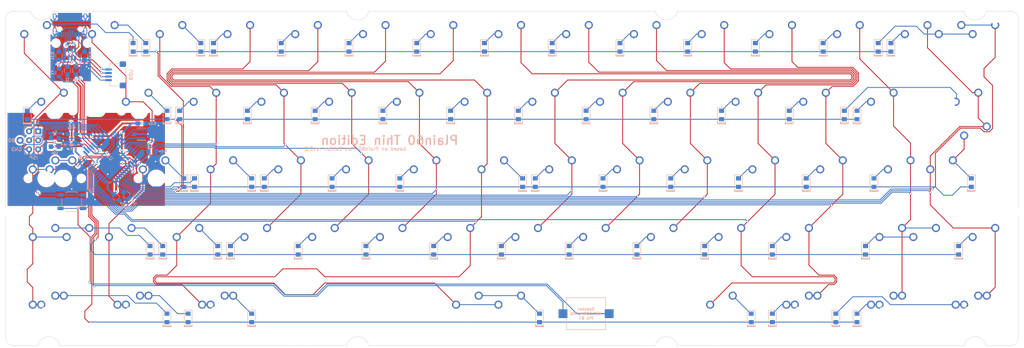
<source format=kicad_pcb>
(kicad_pcb (version 20210228) (generator pcbnew)
  (layers (0 "F.Cu" signal) (31 "B.Cu" signal) (34 "B.Paste" user) (35 "F.Paste" user) (36 "B.SilkS" user "B.Silkscreen") (37 "F.SilkS" user "F.Silkscreen") (38 "B.Mask" user) (39 "F.Mask" user) (44 "Edge.Cuts" user))
  (net 0 "")
  (net 1 "GND")
  (net 2 "VCC")
  (net 3 "row0")
  (net 4 "Net-(D1-Pad2)")
  (net 5 "Net-(D2-Pad2)")
  (net 6 "Net-(D3-Pad2)")
  (net 7 "Net-(D4-Pad2)")
  (net 8 "Net-(D5-Pad2)")
  (net 9 "Net-(D6-Pad2)")
  (net 10 "Net-(D7-Pad2)")
  (net 11 "Net-(D8-Pad2)")
  (net 12 "Net-(D9-Pad2)")
  (net 13 "Net-(D10-Pad2)")
  (net 14 "Net-(D11-Pad2)")
  (net 15 "Net-(D12-Pad2)")
  (net 16 "Net-(D13-Pad2)")
  (net 17 "Net-(D14-Pad2)")
  (net 18 "Net-(D15-Pad2)")
  (net 19 "Net-(D16-Pad2)")
  (net 20 "row1")
  (net 21 "Net-(D17-Pad2)")
  (net 22 "Net-(D18-Pad2)")
  (net 23 "Net-(D19-Pad2)")
  (net 24 "Net-(D20-Pad2)")
  (net 25 "Net-(D21-Pad2)")
  (net 26 "Net-(D22-Pad2)")
  (net 27 "Net-(D23-Pad2)")
  (net 28 "Net-(D24-Pad2)")
  (net 29 "Net-(D25-Pad2)")
  (net 30 "Net-(D26-Pad2)")
  (net 31 "Net-(D27-Pad2)")
  (net 32 "Net-(D28-Pad2)")
  (net 33 "Net-(D29-Pad2)")
  (net 34 "row2")
  (net 35 "Net-(D31-Pad2)")
  (net 36 "Net-(D32-Pad2)")
  (net 37 "Net-(D33-Pad2)")
  (net 38 "Net-(D34-Pad2)")
  (net 39 "Net-(D35-Pad2)")
  (net 40 "Net-(D36-Pad2)")
  (net 41 "Net-(D37-Pad2)")
  (net 42 "Net-(D38-Pad2)")
  (net 43 "Net-(D39-Pad2)")
  (net 44 "Net-(D40-Pad2)")
  (net 45 "Net-(D41-Pad2)")
  (net 46 "Net-(D42-Pad2)")
  (net 47 "Net-(D43-Pad2)")
  (net 48 "Net-(D44-Pad2)")
  (net 49 "row3")
  (net 50 "Net-(D46-Pad2)")
  (net 51 "Net-(D47-Pad2)")
  (net 52 "Net-(D48-Pad2)")
  (net 53 "Net-(D49-Pad2)")
  (net 54 "Net-(D50-Pad2)")
  (net 55 "Net-(D51-Pad2)")
  (net 56 "Net-(D52-Pad2)")
  (net 57 "Net-(D53-Pad2)")
  (net 58 "Net-(D54-Pad2)")
  (net 59 "Net-(D55-Pad2)")
  (net 60 "Net-(D56-Pad2)")
  (net 61 "Net-(D57-Pad2)")
  (net 62 "Net-(D58-Pad2)")
  (net 63 "Net-(D59-Pad2)")
  (net 64 "Net-(D61-Pad2)")
  (net 65 "row4")
  (net 66 "Net-(D62-Pad2)")
  (net 67 "Net-(D63-Pad2)")
  (net 68 "Net-(D67-Pad2)")
  (net 69 "Net-(D71-Pad2)")
  (net 70 "Net-(D72-Pad2)")
  (net 71 "Net-(D73-Pad2)")
  (net 72 "Net-(D74-Pad2)")
  (net 73 "Net-(J1-Pad4)")
  (net 74 "Net-(J1-Pad10)")
  (net 75 "col0")
  (net 76 "col1")
  (net 77 "col2")
  (net 78 "col3")
  (net 79 "col4")
  (net 80 "col5")
  (net 81 "col6")
  (net 82 "col7")
  (net 83 "col8")
  (net 84 "col9")
  (net 85 "col10")
  (net 86 "col11")
  (net 87 "col12")
  (net 88 "col13")
  (net 89 "col14")
  (net 90 "D-")
  (net 91 "D+")
  (net 92 "RST")
  (net 93 "Net-(R6-Pad2)")
  (net 94 "MISO")
  (net 95 "SCK")
  (net 96 "MOSI")
  (net 97 "Net-(H1-Pad1)")
  (net 98 "VBUS")
  (net 99 "Net-(R1-Pad1)")
  (net 100 "Net-(R1-Pad2)")
  (net 101 "Net-(R2-Pad2)")
  (net 102 "Net-(R2-Pad1)")
  (net 103 "Net-(U1-Pad16)")
  (net 104 "Net-(U1-Pad17)")
  (net 105 "Net-(LS1-Pad1)")
  (net 106 "Net-(C1-Pad1)")
  (footprint "Keeb_switches:CHERRY_PLATE_100H" (layer "F.Cu") (at 76.2 28.575)
    (fp_text reference "K19" hide)
    (fp_text value "KEYSW" hide)
  )
  (footprint "Keeb_switches:CHERRY_PLATE_100H" (layer "F.Cu") (at 95.25 28.575)
    (fp_text reference "K20" hide)
    (fp_text value "KEYSW" hide)
  )
  (footprint "Keeb_switches:CHERRY_PLATE_100H" (layer "F.Cu") (at 152.4 28.575)
    (fp_text reference "K23" hide)
    (fp_text value "KEYSW" hide)
  )
  (footprint "Keeb_switches:CHERRY_PLATE_100H" (layer "F.Cu") (at 171.45 28.575)
    (fp_text reference "K24" hide)
    (fp_text value "KEYSW" hide)
  )
  (footprint "Keeb_switches:CHERRY_PLATE_100H" (layer "F.Cu") (at 38.1 28.575)
    (fp_text reference "K17" hide)
    (fp_text value "KEYSW" hide)
  )
  (footprint "Keeb_switches:CHERRY_PLATE_100H" (layer "F.Cu") (at 133.35 28.575)
    (fp_text reference "K22" hide)
    (fp_text value "KEYSW" hide)
  )
  (footprint "Keeb_switches:CHERRY_PLATE_100H" (layer "F.Cu") (at 114.3 28.575)
    (fp_text reference "K21" hide)
    (fp_text value "KEYSW" hide)
  )
  (footprint "Keeb_switches:CHERRY_PLATE_100H" (layer "F.Cu") (at 57.15 28.575)
    (fp_text reference "K18" hide)
    (fp_text value "KEYSW" hide)
  )
  (footprint "Keeb_switches:CHERRY_PLATE_150H" (layer "F.Cu") (at 14.2875 28.575)
    (fp_text reference "K16" hide)
    (fp_text value "KEYSW" hide)
  )
  (footprint "Keeb_switches:CHERRY_PCB_200H" (layer "F.Cu") (at 266.7 9.525)
    (fp_text reference "K15" hide)
    (fp_text value "KEYSW" hide)
  )
  (footprint "Keeb_switches:CHERRY_PLATE_100H" (layer "F.Cu") (at 142.875 9.525)
    (fp_text reference "K8" hide)
    (fp_text value "KEYSW" hide)
  )
  (footprint "Keeb_switches:CHERRY_PLATE_100H" (layer "F.Cu") (at 180.975 9.525)
    (fp_text reference "K10" hide)
    (fp_text value "KEYSW" hide)
  )
  (footprint "Keeb_switches:CHERRY_PLATE_100H" (layer "F.Cu") (at 257.175 9.525)
    (fp_text reference "K14" hide)
    (fp_text value "KEYSW" hide)
  )
  (footprint "Keeb_switches:CHERRY_PLATE_100H" (layer "F.Cu") (at 85.725 9.525)
    (fp_text reference "K5" hide)
    (fp_text value "KEYSW" hide)
  )
  (footprint "Keeb_switches:CHERRY_PLATE_100H" (layer "F.Cu") (at 238.125 9.525)
    (fp_text reference "K13" hide)
    (fp_text value "KEYSW" hide)
  )
  (footprint "Keeb_switches:CHERRY_PLATE_100H" (layer "F.Cu") (at 219.075 9.525)
    (fp_text reference "K12" hide)
    (fp_text value "KEYSW" hide)
  )
  (footprint "Keeb_switches:CHERRY_PLATE_100H" (layer "F.Cu") (at 200.025 9.525)
    (fp_text reference "K11" hide)
    (fp_text value "KEYSW" hide)
  )
  (footprint "Keeb_switches:CHERRY_PLATE_100H" (layer "F.Cu") (at 161.925 9.525)
    (fp_text reference "K9" hide)
    (fp_text value "KEYSW" hide)
  )
  (footprint "Keeb_switches:CHERRY_PLATE_100H" (layer "F.Cu") (at 123.825 9.525)
    (fp_text reference "K7" hide)
    (fp_text value "KEYSW" hide)
  )
  (footprint "Keeb_switches:CHERRY_PLATE_100H" (layer "F.Cu") (at 104.775 9.525)
    (fp_text reference "K6" hide)
    (fp_text value "KEYSW" hide)
  )
  (footprint "Keeb_switches:CHERRY_PLATE_100H" (layer "F.Cu") (at 66.675 9.525)
    (fp_text reference "K4" hide)
    (fp_text value "KEYSW" hide)
  )
  (footprint "Keeb_switches:CHERRY_PLATE_100H" (layer "F.Cu") (at 28.575 9.525)
    (fp_text reference "K2" hide)
    (fp_text value "KEYSW" hide)
  )
  (footprint "Keeb_switches:CHERRY_PLATE_100H" (layer "F.Cu") (at 9.525 9.525)
    (fp_text reference "K1" hide)
    (fp_text value "KEYSW" hide)
  )
  (footprint "Keeb_switches:CHERRY_PLATE_100H" (layer "F.Cu") (at 47.625 9.525)
    (fp_text reference "K3" hide)
    (fp_text value "KEYSW" hide)
  )
  (footprint "Keeb_switches:CHERRY_PLATE_100H" (layer "F.Cu") (at 38.1 85.725)
    (fp_text reference "K62-1" hide)
    (fp_text value "KEYSW" hide)
  )
  (footprint "Keeb_switches:CHERRY_PLATE_125H" (layer "F.Cu") (at 202.40625 85.725)
    (fp_text reference "K71" hide)
    (fp_text value "KEYSW" hide)
  )
  (footprint "Keeb_switches:CHERRY_PLATE_100H" (layer "F.Cu") (at 147.6375 66.675)
    (fp_text reference "K53" hide)
    (fp_text value "KEYSW" hide)
  )
  (footprint "Keeb_switches:CHERRY_PLATE_175H" (layer "F.Cu") (at 250.03146 66.675056)
    (fp_text reference "K58-1" hide)
    (fp_text value "KEYSW" hide)
  )
  (footprint "Keeb_switches:CHERRY_PLATE_125H" (layer "F.Cu") (at 11.90625 47.625)
    (fp_text reference "K31-1" hide)
    (fp_text value "KEYSW" hide)
  )
  (footprint "Keeb_switches:CHERRY_PLATE_100H" (layer "F.Cu") (at 223.8375 66.675)
    (fp_text reference "K57" hide)
    (fp_text value "KEYSW" hide)
  )
  (footprint "Keeb_switches:CHERRY_PLATE_100H" (layer "F.Cu") (at 166.6875 66.675)
    (fp_text reference "K54" hide)
    (fp_text value "KEYSW" hide)
  )
  (footprint "Keeb_switches:CHERRY_PLATE_100H" (layer "F.Cu") (at 204.7875 66.675)
    (fp_text reference "K56" hide)
    (fp_text value "KEYSW" hide)
  )
  (footprint "Keeb_switches:CHERRY_PLATE_100H" (layer "F.Cu") (at 128.5875 66.675)
    (fp_text reference "K52" hide)
    (fp_text value "KEYSW" hide)
  )
  (footprint "Keeb_switches:CHERRY_PLATE_100H" (layer "F.Cu") (at 185.7375 66.675)
    (fp_text reference "K55" hide)
    (fp_text value "KEYSW" hide)
  )
  (footprint "Keeb_switches:CHERRY_PLATE_150H" (layer "F.Cu") (at 14.2875 85.725)
    (fp_text reference "K61-1" hide)
    (fp_text value "KEYSW" hide)
  )
  (footprint "Keeb_switches:CHERRY_PLATE_125H" (layer "F.Cu") (at 11.90625 66.675)
    (fp_text reference "K46-1" hide)
    (fp_text value "KEYSW" hide)
  )
  (footprint "Keeb_switches:CHERRY_PLATE_100H" (layer "F.Cu") (at 276.225 9.525)
    (fp_text reference "K15-1" hide)
    (fp_text value "KEYSW" hide)
  )
  (footprint "Keeb_switches:CHERRY_PLATE_125H" (layer "F.Cu") (at 273.84375 85.725072)
    (fp_text reference "K74" hide)
    (fp_text value "KEYSW" hide)
  )
  (footprint "Keeb_switches:CHERRY_PLATE_125H" (layer "F.Cu") (at 250.03125 85.725)
    (fp_text reference "K73" hide)
    (fp_text value "KEYSW" hide)
  )
  (footprint "Keeb_switches:CHERRY_PLATE_100H" (layer "F.Cu") (at 247.65 28.575)
    (fp_text reference "K28" hide)
    (fp_text value "KEYSW" hide)
  )
  (footprint "Keeb_switches:CHERRY_PLATE_100H" (layer "F.Cu") (at 52.3875 66.675)
    (fp_text reference "K48" hide)
    (fp_text value "KEYSW" hide)
  )
  (footprint "Keeb_switches:CHERRY_PLATE_100H" (layer "F.Cu") (at 190.5 28.575)
    (fp_text reference "K25" hide)
    (fp_text value "KEYSW" hide)
  )
  (footprint "Keeb_switches:CHERRY_PLATE_100H" (layer "F.Cu") (at 119.0625 47.625)
    (fp_text reference "K36" hide)
    (fp_text value "KEYSW" hide)
  )
  (footprint "Keeb_switches:CHERRY_PLATE_100H" (layer "F.Cu") (at 61.9125 47.625)
    (fp_text reference "K33" hide)
    (fp_text value "KEYSW" hide)
  )
  (footprint "Keeb_switches:CHERRY_PLATE_125H" (layer "F.Cu") (at 59.53125 85.725)
    (fp_text reference "K63" hide)
    (fp_text value "KEYSW" hide)
  )
  (footprint "Keeb_switches:CHERRY_PCB_225H_F" (layer "F.Cu") (at 264.31875 47.625)
    (fp_text reference "K44" hide)
    (fp_text value "KEYSW" hide)
  )
  (footprint "Keeb_switches:CHERRY_PLATE_125H" (layer "F.Cu") (at 226.21875 85.725)
    (fp_text reference "K72" hide)
    (fp_text value "KEYSW" hide)
  )
  (footprint "Keeb_switches:CHERRY_PLATE_100H" (layer "F.Cu") (at 276.225 66.675)
    (fp_text reference "K59" hide)
    (fp_text value "KEYSW" hide)
  )
  (footprint "Keeb_switches:CHERRY_PLATE_100H" (layer "F.Cu") (at 176.2125 47.625)
    (fp_text reference "K39" hide)
    (fp_text value "KEYSW" hide)
  )
  (footprint "Keeb_switches:CHERRY_PLATE_125H" (layer "F.Cu") (at 11.90625 85.725)
    (fp_text reference "K61" hide)
    (fp_text value "KEYSW" hide)
  )
  (footprint "Keeb_switches:CHERRY_PLATE_150H" (layer "F.Cu") (at 271.4625 28.575)
    (fp_text reference "K29" hide)
    (fp_text value "KEYSW" hide)
  )
  (footprint "Keeb_switches:CHERRY_PLATE_100H" (layer "F.Cu") (at 228.6 28.575)
    (fp_text reference "K27" hide)
    (fp_text value "KEYSW" hide)
  )
  (footprint "Keeb_switches:CHERRY_PLATE_150H" (layer "F.Cu") (at 61.9125 85.725)
    (fp_text reference "K63-1" hide)
    (fp_text value "KEYSW" hide)
  )
  (footprint "Keeb_switches:CHERRY_PLATE_100H" (layer "F.Cu") (at 90.4875 66.675)
    (fp_text reference "K50" hide)
    (fp_text value "KEYSW" hide)
  )
  (footprint "Keeb_switches:CHERRY_PLATE_100H" (layer "F.Cu") (at 80.9625 47.625)
    (fp_text reference "K34" hide)
    (fp_text value "KEYSW" hide)
  )
  (footprint "Keeb_switches:CHERRY_PLATE_100H" (layer "F.Cu") (at 33.3375 66.675)
    (fp_text reference "K47" hide)
    (fp_text value "KEYSW" hide)
  )
  (footprint "Keeb_switches:CHERRY_PLATE_100H" (layer "F.Cu") (at 252.4125 47.625)
    (fp_text reference "K43" hide)
    (fp_text value "KEYSW" hide)
  )
  (footprint "Keeb_switches:CHERRY_PLATE_100H" (layer "F.Cu") (at 157.1625 47.625)
    (fp_text reference "K38" hide)
    (fp_text value "KEYSW" hide)
  )
  (footprint "Keeb_switches:CHERRY_PLATE_100H" (layer "F.Cu") (at 100.0125 47.625)
    (fp_text reference "K35" hide)
    (fp_text value "KEYSW" hide)
  )
  (footprint "Keeb_switches:CHERRY_PLATE_100H" (layer "F.Cu") (at 42.8625 47.625)
    (fp_text reference "K32" hide)
    (fp_text value "KEYSW" hide)
  )
  (footprint "Keeb_switches:CHERRY_PLATE_100H" (layer "F.Cu") (at 195.2625 47.625)
    (fp_text reference "K40" hide)
    (fp_text value "KEYSW" hide)
  )
  (footprint "Keeb_switches:CHERRY_PCB_225H" (layer "F.Cu") (at 21.43125 66.675)
    (fp_text reference "K46" hide)
    (fp_text value "KEYSW" hide)
  )
  (footprint "Keeb_switches:CHERRY_PLATE_100H" (layer "F.Cu") (at 233.3625 47.625)
    (fp_text reference "K42" hide)
    (fp_text value "KEYSW" hide)
  )
  (footprint "Keeb_switches:CHERRY_PLATE_100H" (layer "F.Cu") (at 214.3125 47.625)
    (fp_text reference "K41" hide)
    (fp_text value "KEYSW" hide)
  )
  (footprint "Keeb_switches:CHERRY_PLATE_100H" (layer "F.Cu") (at 209.55 28.575)
    (fp_text reference "K26" hide)
    (fp_text value "KEYSW" hide)
  )
  (footprint "Keeb_switches:CHERRY_PLATE_100H" (layer "F.Cu") (at 138.1125 47.625)
    (fp_text reference "K37" hide)
    (fp_text value "KEYSW" hide)
  )
  (footprint "Keeb_switches:CHERRY_PLATE_175H" (layer "F.Cu") (at 16.66875 47.625)
    (fp_text reference "K31" hide)
    (fp_text value "KEYSW" hide)
  )
  (footprint "Keeb_switches:CHERRY_PLATE_100H" (layer "F.Cu") (at 109.5375 66.675)
    (fp_text reference "K51" hide)
    (fp_text value "KEYSW" hide)
  )
  (footprint "Keeb_switches:CHERRY_PLATE_100H" (layer "F.Cu") (at 247.65 85.725)
    (fp_text reference "K73-1" hide)
    (fp_text value "KEYSW" hide)
  )
  (footprint "Keeb_switches:CHERRY_PLATE_125H" (layer "F.Cu") (at 35.71875 85.725)
    (fp_text reference "K62" hide)
    (fp_text value "KEYSW" hide)
  )
  (footprint "Keeb_switches:CHERRY_PLATE_100H" (layer "F.Cu") (at 71.4375 66.675)
    (fp_text reference "K49" hide)
    (fp_text value "KEYSW" hide)
  )
  (footprint "Keeb_switches:CHERRY_PLATE_150H" (layer "F.Cu") (at 223.8375 85.725)
    (fp_text reference "K72-1" hide)
    (fp_text value "KEYSW" hide)
  )
  (footprint "Keeb_switches:CHERRY_PLATE_150H" (layer "F.Cu") (at 271.462728 85.725072)
    (fp_text reference "K74-1" hide)
    (fp_text value "KEYSW" hide)
  )
  (footprint "footprints:10x5_7x2.5mm" (layer "F.Cu") (at 2.381252 57.125)
    (fp_text reference "S4" hide)
    (fp_text value "Screw")
  )
  (footprint "footprints:10x5_7x2.5mm" (layer "F.Cu") (at 283.368988 57.125)
    (fp_text reference "S5" hide)
    (fp_text value "Screw")
  )
  (footprint "Keeb_switches:CHERRY_PCB_275H" (layer "F.Cu") (at 259.556468 66.675)
    (fp_text reference "K58" hide)
    (fp_text value "KEYSW" hide)
  )
  (footprint "Keeb_switches:CHERRY_PCB_625H_F" (layer "F.Cu") (at 130.96875 85.725)
    (fp_text reference "K67" hide)
    (fp_text value "KEYSW" hide)
  )
  (footprint "footprints:5.5_5x2.5mm" (layer "F.Cu") (at 26.625 85.725072)
    (fp_text reference "S8" hide)
    (fp_text value "Tofu screw")
  )
  (footprint "footprints:5.5_5x2.5mm" (layer "F.Cu") (at 142.875 37.75)
    (fp_text reference "S7" hide)
    (fp_text value "Tofu screw")
  )
  (footprint "footprints:5.5_5x2.5mm" (layer "F.Cu") (at 260.43 85.725072)
    (fp_text reference "S9" hide)
    (fp_text value "Tofu screw")
  )
  (footprint "footprints:5.5_5x2.5mm" (layer "F.Cu") (at 260.425 28.22705)
    (fp_text reference "S2" hide)
    (fp_text value "Screw")
  )
  (footprint "footprints:5.5_5x2.5mm" (layer "F.Cu") (at 25.6 28.575024)
    (fp_text reference "S1" hide)
    (fp_text value "Screw")
  )
  (footprint "footprints:5.5_5x2.5mm" (layer "F.Cu") (at 128.587608 47.42504)
    (fp_text reference "S3" hide)
    (fp_text value "Screw")
  )
  (footprint "footprints:5.5_5x2.5mm" (layer "F.Cu") (at 190.50016 85.525)
    (fp_text reference "S6" hide)
    (fp_text value "Screw")
  )
  (footprint "Keeb_switches:CHERRY_PCB_700H_F" (layer "F.Cu") (at 142.875 85.725)
    (fp_text reference "K67-1" hide)
    (fp_text value "KEYSW" hide)
  )
  (footprint "Keeb_switches:CHERRY_PCB_200H_V" (layer "F.Cu") (at 273.84398 38.1)
    (fp_text reference "K44-1" hide)
    (fp_text value "KEYSW" hide)
  )
  (footprint "Keeb_components:D_0805" (layer "B.Cu") (at 239.911139 86.915698 90)
    (fp_text reference "D73")
    (fp_text value "D" hide)
  )
  (footprint "Keeb_components:D_0805" (layer "B.Cu") (at 216.098619 86.915698 90)
    (fp_text reference "D72")
    (fp_text value "D" hide)
  )
  (footprint "Keeb_components:D_0805" (layer "B.Cu") (at 210.145489 86.915698 90)
    (fp_text reference "D71")
    (fp_text value "D" hide)
  )
  (footprint "Keeb_components:D_0805" (layer "B.Cu") (at 150.614189 86.915698 90)
    (fp_text reference "D67")
    (fp_text value "D" hide)
  )
  (footprint "Keeb_components:D_0805" (layer "B.Cu") (at 69.651621 86.915698 90)
    (fp_text reference "D63")
    (fp_text value "D" hide)
  )
  (footprint "Keeb_components:D_0805" (layer "B.Cu") (at 268.486163 67.865682 90)
    (fp_text reference "D59")
    (fp_text value "D" hide)
  )
  (footprint "Keeb_components:D_0805" (layer "B.Cu") (at 242.292391 67.865682 90)
    (fp_text reference "D58")
    (fp_text value "D" hide)
  )
  (footprint "Keeb_components:D_0805" (layer "B.Cu") (at 216.098619 67.865682 90)
    (fp_text reference "D57")
    (fp_text value "D" hide)
  )
  (footprint "Keeb_components:D_0805" (layer "B.Cu") (at 197.048603 67.865682 90)
    (fp_text reference "D56")
    (fp_text value "D" hide)
  )
  (footprint "Keeb_components:D_0805" (layer "B.Cu") (at 139.898555 67.865682 90)
    (fp_text reference "D53")
    (fp_text value "D" hide)
  )
  (footprint "Keeb_components:D_0805" (layer "B.Cu") (at 101.798523 67.865682 90)
    (fp_text reference "D51")
    (fp_text value "D" hide)
  )
  (footprint "Keeb_components:D_0805" (layer "B.Cu") (at 82.748507 67.865682 90)
    (fp_text reference "D50")
    (fp_text value "D" hide)
  )
  (footprint "Keeb_components:D_0805" (layer "B.Cu") (at 220.861123 29.76565 90)
    (fp_text reference "D27")
    (fp_text value "D" hide)
  )
  (footprint "Keeb_components:D_0805" (layer "B.Cu") (at 225.623627 48.815666 90)
    (fp_text reference "D42")
    (fp_text value "D" hide)
  )
  (footprint "Keeb_components:D_0805" (layer "B.Cu") (at 49.410979 29.76565 90)
    (fp_text reference "D18")
    (fp_text value "D" hide)
  )
  (footprint "Keeb_components:D_0805" (layer "B.Cu") (at 182.761091 29.76565 90)
    (fp_text reference "D25")
    (fp_text value "D" hide)
  )
  (footprint "Keeb_components:D_0805" (layer "B.Cu") (at 206.573611 48.815666 90)
    (fp_text reference "D41")
    (fp_text value "D" hide)
  )
  (footprint "Keeb_components:D_0805" (layer "B.Cu") (at 111.323531 48.815666 90)
    (fp_text reference "D36")
    (fp_text value "D" hide)
  )
  (footprint "Keeb_components:D_0805" (layer "B.Cu") (at 53.57817 48.815666 90)
    (fp_text reference "D31")
    (fp_text value "D" hide)
  )
  (footprint "Keeb_components:D_0805" (layer "B.Cu") (at 187.523595 48.815666 90)
    (fp_text reference "D40")
    (fp_text value "D" hide)
  )
  (footprint "Keeb_components:D_0805" (layer "B.Cu") (at 145.851685 48.815666 90)
    (fp_text reference "D37")
    (fp_text value "D" hide)
  )
  (footprint "Keeb_components:D_0805" (layer "B.Cu") (at 50.601605 48.815666 90)
    (fp_text reference "D32")
    (fp_text value "D" hide)
  )
  (footprint "Keeb_components:D_0805" (layer "B.Cu") (at 73.223499 48.815666 90)
    (fp_text reference "D34")
    (fp_text value "D" hide)
  )
  (footprint "Keeb_components:D_0805" (layer "B.Cu") (at 106.561027 29.76565 90)
    (fp_text reference "D21")
    (fp_text value "D" hide)
  )
  (footprint "Keeb_components:D_0805" (layer "B.Cu") (at 201.811107 29.76565 90)
    (fp_text reference "D26")
    (fp_text value "D" hide)
  )
  (footprint "Keeb_components:D_0805" (layer "B.Cu") (at 125.611043 29.76565 90)
    (fp_text reference "D22")
    (fp_text value "D" hide)
  )
  (footprint "Keeb_components:D_0805" (layer "B.Cu") (at 163.711075 29.76565 90)
    (fp_text reference "D24")
    (fp_text value "D" hide)
  )
  (footprint "Keeb_components:D_0805" (layer "B.Cu") (at 244.673643 48.815666 90)
    (fp_text reference "D43")
    (fp_text value "D" hide)
  )
  (footprint "Keeb_components:D_0805" (layer "B.Cu") (at 149.423563 48.815666 90)
    (fp_text reference "D38")
    (fp_text value "D" hide)
  )
  (footprint "Keeb_components:D_0805" (layer "B.Cu") (at 92.273515 48.815666 90)
    (fp_text reference "D35")
    (fp_text value "D" hide)
  )
  (footprint "Keeb_components:D_0805" (layer "B.Cu") (at 60.126613 67.865682 90)
    (fp_text reference "D48")
    (fp_text value "D" hide)
  )
  (footprint "Keeb_components:D_0805" (layer "B.Cu") (at 158.948571 67.865682 90)
    (fp_text reference "D54")
    (fp_text value "D" hide)
  )
  (footprint "Keeb_components:D_0805" (layer "B.Cu") (at 272.058041 48.815666 90)
    (fp_text reference "D44")
    (fp_text value "D" hide)
  )
  (footprint "Keeb_components:D_0805" (layer "B.Cu") (at 51.792231 86.915698 90)
    (fp_text reference "D62")
    (fp_text value "D" hide)
  )
  (footprint "Keeb_components:D_0805" (layer "B.Cu") (at 168.473579 48.815666 90)
    (fp_text reference "D39")
    (fp_text value "D" hide)
  )
  (footprint "Keeb_components:D_0805" (layer "B.Cu") (at 87.511011 29.76565 90)
    (fp_text reference "D20")
    (fp_text value "D" hide)
  )
  (footprint "Keeb_components:D_0805" (layer "B.Cu") (at 239.911139 29.76565 90)
    (fp_text reference "D28")
    (fp_text value "D" hide)
  )
  (footprint "Keeb_components:D_0805" (layer "B.Cu") (at 69.651621 48.815666 90)
    (fp_text reference "D33")
    (fp_text value "D" hide)
  )
  (footprint "Keeb_components:D_0805" (layer "B.Cu") (at 144.661059 29.76565 90)
    (fp_text reference "D23")
    (fp_text value "D" hide)
  )
  (footprint "Keeb_components:D_0805" (layer "B.Cu") (at 177.998587 67.865682 90)
    (fp_text reference "D55")
    (fp_text value "D" hide)
  )
  (footprint "Keeb_components:D_0805" (layer "B.Cu") (at 120.848539 67.865682 90)
    (fp_text reference "D52")
    (fp_text value "D" hide)
  )
  (footprint "Keeb_components:D_0805" (layer "B.Cu") (at 68.460995 29.76565 90)
    (fp_text reference "D19")
    (fp_text value "D" hide)
  )
  (footprint "Keeb_components:ATMEGA32U4" (layer "B.Cu") (at 29.76565 41.67191 -45)
    (fp_text reference "U1")
    (fp_text value "ATmega32U4")
  )
  (footprint "Keeb_components:Resonator_SMD_muRata_CSTNExxV-3Pin-p1.2" (layer "B.Cu") (at 38.695345 35.123467 90)
    (fp_text reference "X1" hide)
    (fp_text value "XTAL_GND")
  )
  (footprint "Button_Switch_SMD:SW_SPST_TL3342" (layer "B.Cu") (at 19.050016 54.173483)
    (fp_text reference "SW1" hide)
    (fp_text value "SW_PUSH" hide)
  )
  (footprint "Keeb_components:R_0805" (layer "B.Cu") (at 34.489688 52.349078 135)
    (fp_text reference "R6" hide)
    (fp_text value "10k")
  )
  (footprint "Keeb_components:D_0805" (layer "B.Cu") (at 173.236083 10.715634 90)
    (fp_text reference "D10")
    (fp_text value "D" hide)
  )
  (footprint "Keeb_components:D_0805" (layer "B.Cu") (at 249.436147 10.715634 90)
    (fp_text reference "D14")
    (fp_text value "D" hide)
  )
  (footprint "Keeb_components:D_0805" (layer "B.Cu") (at 154.186067 10.715634 90)
    (fp_text reference "D9")
    (fp_text value "D" hide)
  )
  (footprint "Keeb_components:D_0805" (layer "B.Cu") (at 230.386131 10.715634 90)
    (fp_text reference "D13")
    (fp_text value "D" hide)
  )
  (footprint "Keeb_components:D_0805" (layer "B.Cu") (at 192.286099 10.715634 90)
    (fp_text reference "D11")
    (fp_text value "D" hide)
  )
  (footprint "Keeb_components:D_0805" (layer "B.Cu") (at 245.864269 10.715634 90)
    (fp_text reference "D15")
    (fp_text value "D" hide)
  )
  (footprint "Keeb_components:D_0805" (layer "B.Cu") (at 45.839101 29.76565 90)
    (fp_text reference "D17")
    (fp_text value "D" hide)
  )
  (footprint "Keeb_components:D_0805" (layer "B.Cu") (at 6.548443 29.76565 90)
    (fp_text reference "D16")
    (fp_text value "D" hide)
  )
  (footprint "Keeb_components:D_0805" (layer "B.Cu") (at 211.336115 10.715634 90)
    (fp_text reference "D12")
    (fp_text value "D" hide)
  )
  (footprint "Keeb_components:D_0805" (layer "B.Cu") (at 116.086035 10.715634 90)
    (fp_text reference "D7")
    (fp_text value "D" hide)
  )
  (footprint "Keeb_components:D_0805" (layer "B.Cu") (at 55.364109 10.715634 90)
    (fp_text reference "D3")
    (fp_text value "D" hide)
  )
  (footprint "Keeb_components:D_0805" (layer "B.Cu") (at 77.986003 10.715634 90)
    (fp_text reference "D5")
    (fp_text value "D" hide)
  )
  (footprint "Keeb_components:D_0805" (layer "B.Cu") (at 135.136051 10.715634 90)
    (fp_text reference "D8")
    (fp_text value "D" hide)
  )
  (footprint "Keeb_components:D_0805" (layer "B.Cu") (at 97.036019 10.715634 90)
    (fp_text reference "D6")
    (fp_text value "D" hide)
  )
  (footprint "Keeb_components:D_0805" (layer "B.Cu") (at 58.935987 10.715634 90)
    (fp_text reference "D4")
    (fp_text value "D" hide)
  )
  (footprint "footprints:free_pin" (layer "B.Cu") (at 4.524382 36.909406)
    (fp_text reference "H1" hide)
    (fp_text value "B0")
  )
  (footprint "Keeb_components:D_0805" (layer "B.Cu") (at 233.958009 86.915698 90)
    (fp_text reference "D74")
    (fp_text value "D" hide)
  )
  (footprint "Keeb_components:R_0805" (layer "B.Cu") (at 17.85939 17.264077 90)
    (fp_text reference "R1" hide)
    (fp_text value "22")
  )
  (footprint "Keeb_components:HRO-TYPE-C-31-M-12" (layer "B.Cu") (at 18.568 -0.62)
    (fp_text reference "J1")
    (fp_text value "HRO-TYPE-C-31-M-12")
  )
  (footprint "Keeb_components:D_0805" (layer "B.Cu") (at 63.698491 67.865682 90)
    (fp_text reference "D49")
    (fp_text value "D" hide)
  )
  (footprint "Keeb_components:C_0805" (layer "B.Cu") (at 38.695345 32.146902 180)
    (fp_text reference "C4")
    (fp_text value "0.1u")
  )
  (footprint "Keeb_components:C_0805" (layer "B.Cu") (at 19.050016 37.504719)
    (fp_text reference "C5")
    (fp_text value "0.1u")
  )
  (footprint "Keeb_components:D_0805" (layer "B.Cu") (at 41.076597 67.865682 90)
    (fp_text reference "D46")
    (fp_text value "D" hide)
  )
  (footprint "Keeb_components:D_0805" (layer "B.Cu") (at 236.339261 29.76565 90)
    (fp_text reference "D29")
    (fp_text value "D" hide)
  )
  (footprint "Keeb_components:R_0805" (layer "B.Cu") (at 15.478138 17.85939 90)
    (fp_text reference "F1")
    (fp_text value "Polyfuse" hide)
  )
  (footprint "Keeb_components:D_0805" (layer "B.Cu") (at 36.314093 10.715634 90)
    (fp_text reference "D1")
    (fp_text value "D" hide)
  )
  (footprint "Keeb_components:D_0805" (layer "B.Cu") (at 44.648475 67.865682 90)
    (fp_text reference "D47")
    (fp_text value "D" hide)
  )
  (footprint "Keeb_components:R_0805" (layer "B.Cu") (at 20.240642 17.264077 -90)
    (fp_text reference "R2" hide)
    (fp_text value "22")
  )
  (footprint "Keeb_components:C_0805" (layer "B.Cu") (at 14.287512 36.314093 180)
    (fp_text reference "C1")
    (fp_text value "1u")
  )
  (footprint "Keeb_components:C_0805" (layer "B.Cu") (at 41.67191 39.885971 180)
    (fp_text reference "C2")
    (fp_text value "0.1u")
  )
  (footprint "Keeb_components:R_0805" (layer "B.Cu") (at 14.287512 38.695345 180)
    (fp_text reference "R5" hide)
    (fp_text value "10k")
  )
  (footprint "Keeb_components:R_0805" (layer "B.Cu") (at 22.621894 13.096886 -90)
    (fp_text reference "R4" hide)
    (fp_text value "5.1k")
  )
  (footprint "Keeb_components:D_0805" (layer "B.Cu") (at 39.885971 10.715634 90)
    (fp_text reference "D2")
    (fp_text value "D" hide)
  )
  (footprint "Keeb_components:D_0805" (layer "B.Cu") (at 45.839101 86.915698 90)
    (fp_text reference "D61")
    (fp_text value "D" hide)
  )
  (footprint "Keeb_components:USBLC6-2SC6" (layer "B.Cu") (at 19.050016 12.501573)
    (fp_text reference "U2" hide)
    (fp_text value "USBLC6-2SC6")
  )
  (footprint "Keeb_components:isp_standard" (layer "B.Cu") (at 8.334382 36.909406 180)
    (fp_text reference "J2" hide)
    (fp_text value "ISP")
  )
  (footprint "Keeb_components:R_0805" (layer "B.Cu") (at 15.478138 13.096886 90)
    (fp_text reference "R3" hide)
    (fp_text value "5.1k")
  )
  (footprint "Keeb_components:JST_SH_SM04B-SRSS-TB_1x04-1MP_P1.00mm_Horizontal" (layer "B.Cu") (at 31.551589 18.454703 -90)
    (fp_text reference "J3" hide)
    (fp_text value "ai03_ud" hide)
  )
  (footprint "Keeb_components:speaker_AST1109MLTRQ" (layer "B.Cu") (at 163.711075 85.725072)
    (fp_text reference "LS1" hide)
    (fp_text value "Speaker")
  )
  (footprint "Keeb_components:C_0805" (layer "B.Cu") (at 19.050016 35.123467)
    (fp_text reference "C6")
    (fp_text value "4.7u")
  )
  (footprint "Keeb_components:C_0805" (layer "B.Cu") (at 31.551589 52.982857 135)
    (fp_text reference "C3")
    (fp_text value "0.1u")
  )
  (gr_arc (start 12.675008 95.459508) (end 15.825008 94.725008) (angle -153.749206) (layer "Edge.Cuts") (width 0.1))
  (gr_line (start 96.325006 94.725008) (end 15.825008 94.725008) (layer "Edge.Cuts") (width 0.1))
  (gr_line (start 183.125008 94.725006) (end 102.625008 94.725006) (layer "Edge.Cuts") (width 0.1))
  (gr_arc (start 186.275008 95.459507) (end 189.425008 94.725008) (angle -153.749206) (layer "Edge.Cuts") (width 0.1))
  (gr_line (start 102.625008 0.525008) (end 183.125008 0.525008) (layer "Edge.Cuts") (width 0.1))
  (gr_arc (start 273.075008 -0.209492) (end 276.225231 0.525009) (angle 153.7500379) (layer "Edge.Cuts") (width 0.1))
  (gr_line (start 0.525008 2.525008) (end 0.525008 92.725008) (layer "Edge.Cuts") (width 0.1))
  (gr_arc (start 10.675008 -0.209492) (end 7.525008 0.525008) (angle -153.749206) (layer "Edge.Cuts") (width 0.1))
  (gr_arc (start 283.225008 2.525007) (end 285.225008 2.525007) (angle -90) (layer "Edge.Cuts") (width 0.1))
  (gr_line (start 269.925008 94.725006) (end 189.425008 94.725008) (layer "Edge.Cuts") (width 0.1))
  (gr_arc (start 273.075008 95.459507) (end 276.225008 94.725008) (angle -153.749206) (layer "Edge.Cuts") (width 0.1))
  (gr_arc (start 283.225008 92.725008) (end 283.225008 94.725008) (angle -90) (layer "Edge.Cuts") (width 0.1))
  (gr_line (start 283.225008 94.725008) (end 276.225008 94.725008) (layer "Edge.Cuts") (width 0.1))
  (gr_line (start 285.225008 92.725008) (end 285.225008 2.525007) (layer "Edge.Cuts") (width 0.1))
  (gr_arc (start 2.525007 92.725008) (end 0.525008 92.725008) (angle -90) (layer "Edge.Cuts") (width 0.1))
  (gr_arc (start 99.475007 95.459508) (end 102.625008 94.725008) (angle -153.749206) (layer "Edge.Cuts") (width 0.1))
  (gr_line (start 9.525008 94.725008) (end 2.525007 94.725008) (layer "Edge.Cuts") (width 0.1))
  (gr_arc (start 186.275008 -0.209491) (end 183.125008 0.525008) (angle -153.749206) (layer "Edge.Cuts") (width 0.1))
  (gr_line (start 189.425008 0.52501) (end 269.924797 0.525059) (layer "Edge.Cuts") (width 0.1))
  (gr_line (start 276.225231 0.525009) (end 283.225008 0.52501) (layer "Edge.Cuts") (width 0.1))
  (gr_arc (start 2.525008 2.525008) (end 2.525008 0.525008) (angle -90) (layer "Edge.Cuts") (width 0.1))
  (gr_arc (start 99.475008 -0.209492) (end 96.325008 0.525008) (angle -153.749206) (layer "Edge.Cuts") (width 0.1))
  (gr_line (start 2.525008 0.525008) (end 7.525008 0.525008) (layer "Edge.Cuts") (width 0.1))
  (gr_line (start 13.825008 0.525008) (end 96.325008 0.525008) (layer "Edge.Cuts") (width 0.1))
  (gr_text "based on Plain60 Flex Edition rev2.2" (at 98.821958 39.290658) (layer "B.SilkS") (effects (font (size 1 1)) (justify mirror)))
  (gr_text "UDB" (at 35.71878 18.454703 90) (layer "B.SilkS") (effects (font (size 1 1)) (justify mirror)))
  (gr_text "GND" (at 5.159382 39.449406) (layer "B.SilkS") (effects (font (size 1 1)) (justify left mirror)))
  (gr_text "Plain60 Thin Edition" (at 127.992295 36.909406) (layer "B.SilkS") (effects (font (size 2.5 2.5) (thickness 0.4)) (justify left mirror)))
  (gr_text "Speaker\nAST1109MLTRQ\nPin B7" (at 163.711075 85.725072) (layer "B.SilkS") (effects (font (size 0.8 0.8)) (justify mirror)))
  (segment (start 24.255479 76.706155) (end 24.080489 76.881145) (width 0.25) (layer "F.Cu") (net 1))
  (segment (start 14.678135 15.478138) (end 14.678135 15.868761) (width 0.25) (layer "F.Cu") (net 1))
  (segment (start 24.255479 64.14145) (end 20.835955 60.721926) (width 0.25) (layer "F.Cu") (net 1))
  (segment (start 19.050016 10.150008) (end 18.48439 10.715634) (width 0.25) (layer "F.Cu") (net 1))
  (segment (start 20.835955 29.150024) (end 19.645329 30.34065) (width 0.25) (layer "F.Cu") (net 1))
  (segment (start 20.835955 60.721926) (end 20.835955 55.959422) (width 0.25) (layer "F.Cu") (net 1))
  (segment (start 20.835955 22.026581) (end 20.835955 29.150024) (width 0.25) (layer "F.Cu") (net 1))
  (segment (start 14.678135 15.868761) (end 20.835955 22.026581) (width 0.25) (layer "F.Cu") (net 1))
  (segment (start 24.255479 64.14145) (end 24.255479 76.706155) (width 0.25) (layer "F.Cu") (net 1))
  (via (at 40.481284 35.123467) (size 0.6) (drill 0.4) (layers "F.Cu" "B.Cu") (net 1))
  (via (at 32.146902 38.695345) (size 0.6) (drill 0.4) (layers "F.Cu" "B.Cu") (net 1))
  (via (at 20.835955 55.959422) (size 0.6) (drill 0.4) (layers "F.Cu" "B.Cu") (net 1))
  (via (at 19.050016 10.150008) (size 0.6) (drill 0.4) (layers "F.Cu" "B.Cu") (net 1))
  (via (at 14.287512 35.123467) (size 0.6) (drill 0.4) (layers "F.Cu" "B.Cu") (net 1))
  (via (at 19.050016 50.601605) (size 0.6) (drill 0.4) (layers "F.Cu" "B.Cu") (net 1))
  (via (at 16.668764 35.123467) (size 0.6) (drill 0.4) (layers "F.Cu" "B.Cu") (net 1))
  (via (at 27.384398 38.100032) (size 0.6) (drill 0.4) (layers "F.Cu" "B.Cu") (net 1))
  (via (at 24.080489 76.881145) (size 0.6) (drill 0.4) (layers "F.Cu" "B.Cu") (net 1))
  (via (at 17.85939 39.290658) (size 0.6) (drill 0.4) (layers "F.Cu" "B.Cu") (net 1))
  (via (at 29.170337 46.434414) (size 0.6) (drill 0.4) (layers "F.Cu" "B.Cu") (net 1))
  (via (at 25.598459 53.57817) (size 0.6) (drill 0.4) (layers "F.Cu" "B.Cu") (net 1))
  (via (at 33.932841 54.173483) (size 0.6) (drill 0.4) (layers "F.Cu" "B.Cu") (net 1))
  (via (at 19.645329 30.34065) (size 0.6) (drill 0.4) (layers "F.Cu" "B.Cu") (net 1))
  (via (at 16.668764 36.939093) (size 0.6) (drill 0.4) (layers "F.Cu" "B.Cu") (net 1))
  (via (at 42.624414 42.862536) (size 0.6) (drill 0.4) (layers "F.Cu" "B.Cu") (net 1))
  (via (at 14.678135 15.478138) (size 0.6) (drill 0.4) (layers "F.Cu" "B.Cu") (net 1))
  (via (at 23.217207 16.162513) (size 0.6) (drill 0.4) (layers "F.Cu" "B.Cu") (net 1))
  (via (at 43.457849 32.742215) (size 0.6) (drill 0.4) (layers "F.Cu" "B.Cu") (net 1))
  (via (at 37.504719 42.267223) (size 0.6) (drill 0.4) (layers "F.Cu" "B.Cu") (net 1))
  (via (at 22.621894 45.243788) (size 0.6) (drill 0.4) (layers "F.Cu" "B.Cu") (net 1))
  (via (at 23.81252 16.668764) (size 0.6) (drill 0.4) (layers "F.Cu" "B.Cu") (net 1))
  (segment (start 17.950016 39.200032) (end 17.85939 39.290658) (width 0.25) (layer "B.Cu") (net 1))
  (segment (start 23.103146 56.073483) (end 25.598459 53.57817) (width 0.25) (layer "B.Cu") (net 1))
  (segment (start 35.267505 53.126895) (end 34.979429 53.126895) (width 0.25) (layer "B.Cu") (net 1))
  (segment (start 25.169456 38.207087) (end 25.657714 38.695345) (width 0.25) (layer "B.Cu") (net 1))
  (segment (start 22.200016 56.073483) (end 23.103146 56.073483) (width 0.25) (layer "B.Cu") (net 1))
  (segment (start 20.721894 56.073483) (end 20.835955 55.959422) (width 0.25) (layer "B.Cu") (net 1))
  (segment (start 38.695345 35.123467) (end 40.481284 35.123467) (width 0.25) (layer "B.Cu") (net 1))
  (segment (start 13.187512 36.314093) (end 13.187512 36.223467) (width 0.25) (layer "B.Cu") (net 1))
  (segment (start 32.664788 36.51003) (end 32.146902 37.027916) (width 0.25) (layer "B.Cu") (net 1))
  (segment (start 23.217207 16.162513) (end 23.306269 16.162513) (width 0.25) (layer "B.Cu") (net 1))
  (segment (start 20.835955 55.959422) (end 22.085955 55.959422) (width 0.25) (layer "B.Cu") (net 1))
  (segment (start 17.23439 37.504719) (end 16.668764 36.939093) (width 0.25) (layer "B.Cu") (net 1))
  (segment (start 36.624586 42.873992) (end 36.140477 42.389883) (width 0.25) (layer "B.Cu") (net 1))
  (segment (start 17.950016 37.504719) (end 17.23439 37.504719) (width 0.25) (layer "B.Cu") (net 1))
  (segment (start 36.89795 42.873992) (end 37.504719 42.267223) (width 0.25) (layer "B.Cu") (net 1))
  (segment (start 87.868202 80.367255) (end 90.844767 77.39069) (width 0.25) (layer "B.Cu") (net 1))
  (segment (start 34.979429 53.126895) (end 33.932841 54.173483) (width 0.25) (layer "B.Cu") (net 1))
  (segment (start 78.938507 80.367255) (end 87.868202 80.367255) (width 0.25) (layer "B.Cu") (net 1))
  (segment (start 73.551002 77.361002) (end 75.932254 77.361002) (width 0.25) (layer "B.Cu") (net 1))
  (segment (start 170.211075 85.725072) (end 161.091701 85.725072) (width 0.25) (layer "B.Cu") (net 1))
  (segment (start 36.624586 42.873992) (end 36.89795 42.873992) (width 0.25) (layer "B.Cu") (net 1))
  (segment (start 170.211075 85.725072) (end 161.30951 85.725072) (width 0.25) (layer "B.Cu") (net 1))
  (segment (start 17.950016 35.123467) (end 16.668764 35.123467) (width 0.25) (layer "B.Cu") (net 1))
  (segment (start 24.560346 77.361002) (end 24.080489 76.881145) (width 0.25) (layer "B.Cu") (net 1))
  (segment (start 26.793235 38.691195) (end 27.384398 38.100032) (width 0.25) (layer "B.Cu") (net 1))
  (segment (start 17.950016 37.504719) (end 17.950016 39.200032) (width 0.25) (layer "B.Cu") (net 1))
  (segment (start 23.4724 43.439677) (end 22.621894 44.290183) (width 0.25) (layer "B.Cu") (net 1))
  (segment (start 90.844767 77.39069) (end 152.757319 77.39069) (width 0.25) (layer "B.Cu") (net 1))
  (segment (start 22.621894 44.290183) (end 22.621894 45.243788) (width 0.25) (layer "B.Cu") (net 1))
  (segment (start 19.050016 11.351573) (end 19.050016 10.150008) (width 0.25) (layer "B.Cu") (net 1))
  (segment (start 25.653564 38.691195) (end 26.793235 38.691195) (width 0.25) (layer "B.Cu") (net 1))
  (segment (start 14.678135 14.684389) (end 14.678135 15.478138) (width 0.25) (layer "B.Cu") (net 1))
  (segment (start 29.170337 46.792706) (end 29.170337 46.434414) (width 0.25) (layer "B.Cu") (net 1))
  (segment (start 25.169456 38.207087) (end 25.653564 38.691195) (width 0.25) (layer "B.Cu") (net 1))
  (segment (start 23.306269 16.162513) (end 23.81252 16.668764) (width 0.25) (layer "B.Cu") (net 1))
  (segment (start 27.997883 47.96516) (end 29.170337 46.792706) (width 0.25) (layer "B.Cu") (net 1))
  (segment (start 13.187512 36.223467) (end 14.287512 35.123467) (width 0.25) (layer "B.Cu") (net 1))
  (segment (start 15.478138 13.884386) (end 14.678135 14.684389) (width 0.25) (layer "B.Cu") (net 1))
  (segment (start 22.085955 55.959422) (end 22.200016 56.073483) (width 0.25) (layer "B.Cu") (net 1))
  (segment (start 161.091701 85.725072) (end 155.138571 79.771942) (width 0.25) (layer "B.Cu") (net 1))
  (segment (start 27.098459 19.954703) (end 23.81252 16.668764) (width 0.25) (layer "B.Cu") (net 1))
  (segment (start 75.932254 77.361002) (end 78.938507 80.367255) (width 0.25) (layer "B.Cu") (net 1))
  (segment (start 15.900016 56.073483) (end 20.721894 56.073483) (width 0.25) (layer "B.Cu") (net 1))
  (segment (start 73.551002 77.361002) (end 24.560346 77.361002) (width 0.25) (layer "B.Cu") (net 1))
  (segment (start 29.401589 19.954703) (end 27.098459 19.954703) (width 0.25) (layer "B.Cu") (net 1))
  (segment (start 32.146902 37.027916) (end 32.146902 38.695345) (width 0.25) (layer "B.Cu") (net 1))
  (segment (start 152.757319 77.39069) (end 155.138571 79.771942) (width 0.25) (layer "B.Cu") (net 1))
  (segment (start 14.287512 38.695345) (end 14.4422 38.540657) (width 0.5) (layer "F.Cu") (net 2))
  (segment (start 31.551589 47.982231) (end 35.183552 44.350268) (width 0.5) (layer "F.Cu") (net 2))
  (segment (start 21.546884 35.007851) (end 21.431268 35.123467) (width 0.5) (layer "F.Cu") (net 2))
  (segment (start 21.546884 31.603126) (end 21.546884 29.650034) (width 0.5) (layer "F.Cu") (net 2))
  (segment (start 31.551589 50.006292) (end 31.551589 51.196918) (width 0.5) (layer "F.Cu") (net 2))
  (segment (start 38.695345 32.146902) (end 33.337528 32.146902) (width 0.5) (layer "F.Cu") (net 2))
  (segment (start 31.551589 51.196918) (end 31.551589 47.982231) (width 0.5) (layer "F.Cu") (net 2))
  (segment (start 33.337528 32.146902) (end 32.742215 32.742215) (width 0.5) (layer "F.Cu") (net 2))
  (segment (start 19.050016 37.340647) (end 19.050016 32.096912) (width 0.5) (layer "F.Cu") (net 2))
  (segment (start 19.050016 32.096912) (end 18.881229 31.928125) (width 0.5) (layer "F.Cu") (net 2))
  (segment (start 14.4422 38.540657) (end 22.108914 38.540657) (width 0.5) (layer "F.Cu") (net 2))
  (segment (start 20.796026 21.003974) (end 20.793414 21.003974) (width 0.5) (layer "F.Cu") (net 2))
  (segment (start 20.796026 21.003974) (end 20.136668 20.344616) (width 0.5) (layer "F.Cu") (net 2))
  (segment (start 20.793414 21.003974) (end 20.135603 20.346163) (width 0.5) (layer "F.Cu") (net 2))
  (segment (start 35.183552 44.350268) (end 35.183552 42.564329) (width 0.5) (layer "F.Cu") (net 2))
  (segment (start 29.76565 35.71878) (end 32.742215 32.742215) (width 0.5) (layer "F.Cu") (net 2))
  (segment (start 21.546884 31.603126) (end 21.546884 32.626598) (width 0.5) (layer "F.Cu") (net 2))
  (segment (start 24.943891 35.71878) (end 29.76565 35.71878) (width 0.5) (layer "F.Cu") (net 2))
  (segment (start 21.546884 29.650034) (end 21.546884 21.754832) (width 0.5) (layer "F.Cu") (net 2))
  (segment (start 22.108914 38.540657) (end 22.263602 38.695345) (width 0.5) (layer "F.Cu") (net 2))
  (segment (start 33.128754 34.914693) (end 33.128754 39.677197) (width 0.5) (layer "F.Cu") (net 2))
  (segment (start 21.546884 21.754832) (end 20.796026 21.003974) (width 0.5) (layer "F.Cu") (net 2))
  (segment (start 21.546884 29.650034) (end 21.546884 35.007851) (width 0.5) (layer "F.Cu") (net 2))
  (via (at 33.128754 34.914693) (size 0.6) (drill 0.4) (layers "F.Cu" "B.Cu") (net 2))
  (via (at 19.050016 37.340647) (size 0.6) (drill 0.4) (layers "F.Cu" "B.Cu") (net 2))
  (via (at 33.128754 39.677197) (size 0.6) (drill 0.4) (layers "F.Cu" "B.Cu") (net 2))
  (via (at 31.551589 51.196918) (size 0.6) (drill 0.4) (layers "F.Cu" "B.Cu") (net 2))
  (via (at 14.287512 38.695345) (size 0.6) (drill 0.4) (layers "F.Cu" "B.Cu") (net 2))
  (via (at 20.135603 20.346163) (size 0.6) (drill 0.4) (layers "F.Cu" "B.Cu") (net 2))
  (via (at 21.546884 31.603126) (size 0.6) (drill 0.4) (layers "F.Cu" "B.Cu") (net 2))
  (via (at 38.100032 43.457849) (size 0.6) (drill 0.4) (layers "F.Cu" "B.Cu") (net 2))
  (via (at 35.183552 42.564329) (size 0.6) (drill 0.4) (layers "F.Cu" "B.Cu") (net 2))
  (via (at 22.263602 38.695345) (size 0.6) (drill 0.4) (layers "F.Cu" "B.Cu") (net 2))
  (via (at 18.881229 31.928125) (size 0.6) (drill 0.4) (layers "F.Cu" "B.Cu") (net 2))
  (via (at 24.943891 35.71878) (size 0.6) (drill 0.4) (layers "F.Cu" "B.Cu") (net 2))
  (via (at 21.431268 35.123467) (size 0.6) (drill 0.4) (layers "F.Cu" "B.Cu") (net 2))
  (via (at 38.695345 32.146902) (size 0.6) (drill 0.4) (layers "F.Cu" "B.Cu") (net 2))
  (segment (start 9.455673 31.978115) (end 7.064382 34.369406) (width 0.5) (layer "B.Cu") (net 2))
  (segment (start 12.67036 31.978115) (end 21.171895 31.978115) (width 0.5) (layer "B.Cu") (net 2))
  (segment (start 21.431268 35.123467) (end 24.348578 35.123467) (width 0.5) (layer "B.Cu") (net 2))
  (segment (start 22.263602 38.695345) (end 23.4724 39.904143) (width 0.5) (layer "B.Cu") (net 2))
  (segment (start 39.171597 42.386284) (end 38.100032 43.457849) (width 0.5) (layer "B.Cu") (net 2))
  (segment (start 20.150016 37.504719) (end 19.214088 37.504719) (width 0.5) (layer "B.Cu") (net 2))
  (segment (start 35.896545 32.146902) (end 33.128754 34.914693) (width 0.5) (layer "B.Cu") (net 2))
  (segment (start 15.478138 18.95939) (end 16.2277 19.708952) (width 0.5) (layer "B.Cu") (net 2))
  (segment (start 21.549778 37.981522) (end 21.549779 37.981522) (width 0.5) (layer "B.Cu") (net 2))
  (segment (start 21.549778 37.981522) (end 22.263602 38.695345) (width 0.5) (layer "B.Cu") (net 2))
  (segment (start 33.128754 40.509531) (end 33.128754 39.677197) (width 0.5) (layer "B.Cu") (net 2))
  (segment (start 37.509095 44.048786) (end 38.100032 43.457849) (width 0.5) (layer "B.Cu") (net 2))
  (segment (start 35.183552 42.564329) (end 33.128754 40.509531) (width 0.5) (layer "B.Cu") (net 2))
  (segment (start 30.773772 52.20504) (end 29.170337 50.601605) (width 0.5) (layer "B.Cu") (net 2))
  (segment (start 11.241612 31.978115) (end 12.67036 31.978115) (width 0.5) (layer "B.Cu") (net 2))
  (segment (start 36.0589 43.439677) (end 35.183552 42.564329) (width 0.5) (layer "B.Cu") (net 2))
  (segment (start 31.551589 51.196918) (end 31.551589 51.427223) (width 0.5) (layer "B.Cu") (net 2))
  (segment (start 24.943891 35.71878) (end 26.300827 37.075716) (width 0.5) (layer "B.Cu") (net 2))
  (segment (start 20.432829 35.123467) (end 21.431268 35.123467) (width 0.5) (layer "B.Cu") (net 2))
  (segment (start 37.595345 32.146902) (end 38.695345 32.146902) (width 0.5) (layer "B.Cu") (net 2))
  (segment (start 37.595345 32.146902) (end 35.896545 32.146902) (width 0.5) (layer "B.Cu") (net 2))
  (segment (start 21.072976 37.504719) (end 21.549778 37.981522) (width 0.5) (layer "B.Cu") (net 2))
  (segment (start 32.099102 35.944345) (end 33.128754 34.914693) (width 0.5) (layer "B.Cu") (net 2))
  (segment (start 31.551589 51.427223) (end 30.773772 52.20504) (width 0.5) (layer "B.Cu") (net 2))
  (segment (start 16.2277 19.708952) (end 16.864911 20.346163) (width 0.5) (layer "B.Cu") (net 2))
  (segment (start 19.214088 37.504719) (end 19.050016 37.340647) (width 0.5) (layer "B.Cu") (net 2))
  (segment (start 40.57191 40.985971) (end 39.171597 42.386284) (width 0.5) (layer "B.Cu") (net 2))
  (segment (start 22.906714 42.873992) (end 20.150016 40.117294) (width 0.5) (layer "B.Cu") (net 2))
  (segment (start 29.170337 50.601605) (end 29.170337 49.137615) (width 0.5) (layer "B.Cu") (net 2))
  (segment (start 21.549779 37.981522) (end 21.847435 38.279178) (width 0.5) (layer "B.Cu") (net 2))
  (segment (start 20.432829 37.504719) (end 21.072976 37.504719) (width 0.5) (layer "B.Cu") (net 2))
  (segment (start 11.836925 31.978115) (end 12.67036 31.978115) (width 0.5) (layer "B.Cu") (net 2))
  (segment (start 11.241612 31.978115) (end 9.455673 31.978115) (width 0.5) (layer "B.Cu") (net 2))
  (segment (start 36.668009 44.048786) (end 37.509095 44.048786) (width 0.5) (layer "B.Cu") (net 2))
  (segment (start 36.0589 43.439677) (end 36.668009 44.048786) (width 0.5) (layer "B.Cu") (net 2))
  (segment (start 40.57191 39.885971) (end 40.57191 40.985971) (width 0.5) (layer "B.Cu") (net 2))
  (segment (start 29.170337 49.137615) (end 28.563568 48.530846) (width 0.5) (layer "B.Cu") (net 2))
  (segment (start 16.864911 20.346163) (end 20.135603 20.346163) (width 0.5) (layer "B.Cu") (net 2))
  (segment (start 33.337528 40.718305) (end 36.0589 43.439677) (width 0.5) (layer "B.Cu") (net 2))
  (segment (start 21.171895 31.978115) (end 21.546884 31.603126) (width 0.5) (layer "B.Cu") (net 2))
  (segment (start 24.348578 35.123467) (end 24.943891 35.71878) (width 0.5) (layer "B.Cu") (net 2))
  (segment (start 20.150016 40.117294) (end 20.150016 37.504719) (width 0.5) (layer "B.Cu") (net 2))
  (segment (start 20.432829 35.123467) (end 20.240642 35.123467) (width 0.5) (layer "B.Cu") (net 2))
  (segment (start 13.187512 38.695345) (end 14.287512 38.695345) (width 0.5) (layer "B.Cu") (net 2))
  (segment (start 50.456302 33.192225) (end 50.456302 25.818855) (width 0.25) (layer "F.Cu") (net 3))
  (segment (start 43.36499 12.427462) (end 42.853162 11.915634) (width 0.25) (layer "F.Cu") (net 3))
  (segment (start 50.456302 25.818855) (end 43.36499 18.727543) (width 0.25) (layer "F.Cu") (net 3))
  (segment (start 50.456302 33.192225) (end 50.456302 32.285971) (width 0.25) (layer "F.Cu") (net 3))
  (segment (start 49.115667 51.265667) (end 50.456302 49.925032) (width 0.25) (layer "F.Cu") (net 3))
  (segment (start 50.456302 49.925032) (end 50.456302 33.192225) (width 0.25) (layer "F.Cu") (net 3))
  (segment (start 48.220353 51.265666) (end 49.115667 51.265667) (width 0.25) (layer "F.Cu") (net 3))
  (segment (start 43.36499 18.727543) (end 43.36499 12.427462) (width 0.25) (layer "F.Cu") (net 3))
  (via (at 48.220353 51.265666) (size 0.6) (drill 0.4) (layers "F.Cu" "B.Cu") (net 3))
  (via (at 42.853162 11.915634) (size 0.6) (drill 0.4) (layers "F.Cu" "B.Cu") (net 3))
  (segment (start 33.796159 45.702419) (end 34.832861 46.739121) (width 0.25) (layer "B.Cu") (net 3))
  (segment (start 116.086035 11.915634) (end 135.136051 11.915634) (width 0.25) (layer "B.Cu") (net 3))
  (segment (start 39.885971 11.915634) (end 42.853162 11.915634) (width 0.25) (layer "B.Cu") (net 3))
  (segment (start 77.986003 11.915634) (end 97.036019 11.915634) (width 0.25) (layer "B.Cu") (net 3))
  (segment (start 230.386131 11.915634) (end 245.864269 11.915634) (width 0.25) (layer "B.Cu") (net 3))
  (segment (start 36.314093 11.915634) (end 38.109406 11.915634) (width 0.25) (layer "B.Cu") (net 3))
  (segment (start 97.036019 11.915634) (end 116.086035 11.915634) (width 0.25) (layer "B.Cu") (net 3))
  (segment (start 55.364109 11.915634) (end 58.935987 11.915634) (width 0.25) (layer "B.Cu") (net 3))
  (segment (start 245.864269 11.915634) (end 249.436147 11.915634) (width 0.25) (layer "B.Cu") (net 3))
  (segment (start 37.554554 51.440657) (end 48.045362 51.440657) (width 0.25) (layer "B.Cu") (net 3))
  (segment (start 42.853162 11.915634) (end 55.364109 11.915634) (width 0.25) (layer "B.Cu") (net 3))
  (segment (start 34.832861 46.739121) (end 34.832861 48.718964) (width 0.25) (layer "B.Cu") (net 3))
  (segment (start 173.236083 11.915634) (end 192.286099 11.915634) (width 0.25) (layer "B.Cu") (net 3))
  (segment (start 192.286099 11.915634) (end 211.336115 11.915634) (width 0.25) (layer "B.Cu") (net 3))
  (segment (start 34.832861 48.718964) (end 37.554554 51.440657) (width 0.25) (layer "B.Cu") (net 3))
  (segment (start 58.935987 11.915634) (end 77.986003 11.915634) (width 0.25) (layer "B.Cu") (net 3))
  (segment (start 211.336115 11.915634) (end 230.386131 11.915634) (width 0.25) (layer "B.Cu") (net 3))
  (segment (start 154.186067 11.915634) (end 173.236083 11.915634) (width 0.25) (layer "B.Cu") (net 3))
  (segment (start 135.136051 11.915634) (end 154.186067 11.915634) (width 0.25) (layer "B.Cu") (net 3))
  (segment (start 38.109406 11.915634) (end 39.885971 11.915634) (width 0.25) (layer "B.Cu") (net 3))
  (segment (start 48.045362 51.440657) (end 48.220353 51.265666) (width 0.25) (layer "B.Cu") (net 3))
  (segment (start 35.123467 6.548443) (end 28.575024 6.548443) (width 0.25) (layer "B.Cu") (net 4))
  (segment (start 12.342809 4.167191) (end 12.065 4.445) (width 0.25) (layer "B.Cu") (net 4))
  (segment (start 26.193772 4.167191) (end 12.342809 4.167191) (width 0.25) (layer "B.Cu") (net 4))
  (segment (start 28.575024 6.548443) (end 26.193772 4.167191) (width 0.25) (layer "B.Cu") (net 4))
  (segment (start 36.314093 7.739069) (end 35.123467 6.548443) (width 0.25) (layer "B.Cu") (net 4))
  (segment (start 36.314093 9.515634) (end 36.314093 7.739069) (width 0.25) (layer "B.Cu") (net 4))
  (segment (start 34.815337 4.445) (end 31.115 4.445) (width 0.25) (layer "B.Cu") (net 5))
  (segment (start 39.885971 9.515634) (end 34.815337 4.445) (width 0.25) (layer "B.Cu") (net 5))
  (segment (start 55.364109 9.515634) (end 55.235634 9.515634) (width 0.25) (layer "B.Cu") (net 6))
  (segment (start 55.235634 9.515634) (end 50.165 4.445) (width 0.25) (layer "B.Cu") (net 6))
  (segment (start 58.935987 9.515634) (end 61.466621 6.985) (width 0.25) (layer "B.Cu") (net 7))
  (segment (start 61.466621 6.985) (end 62.865 6.985) (width 0.25) (layer "B.Cu") (net 7))
  (segment (start 77.986003 9.515634) (end 80.516637 6.985) (width 0.25) (layer "B.Cu") (net 8))
  (segment (start 80.516637 6.985) (end 81.915 6.985) (width 0.25) (layer "B.Cu") (net 8))
  (segment (start 97.036019 9.515634) (end 99.566653 6.985) (width 0.25) (layer "B.Cu") (net 9))
  (segment (start 99.566653 6.985) (end 100.965 6.985) (width 0.25) (layer "B.Cu") (net 9))
  (segment (start 116.086035 9.515634) (end 118.616669 6.985) (width 0.25) (layer "B.Cu") (net 10))
  (segment (start 118.616669 6.985) (end 120.015 6.985) (width 0.25) (layer "B.Cu") (net 10))
  (segment (start 135.136051 9.515634) (end 137.666685 6.985) (width 0.25) (layer "B.Cu") (net 11))
  (segment (start 137.666685 6.985) (end 139.065 6.985) (width 0.25) (layer "B.Cu") (net 11))
  (segment (start 154.186067 9.515634) (end 156.716701 6.985) (width 0.25) (layer "B.Cu") (net 12))
  (segment (start 156.716701 6.985) (end 158.115 6.985) (width 0.25) (layer "B.Cu") (net 12))
  (segment (start 173.236083 9.515634) (end 175.766717 6.985) (width 0.25) (layer "B.Cu") (net 13))
  (segment (start 175.766717 6.985) (end 177.165 6.985) (width 0.25) (layer "B.Cu") (net 13))
  (segment (start 192.286099 9.515634) (end 194.816733 6.985) (width 0.25) (layer "B.Cu") (net 14))
  (segment (start 194.816733 6.985) (end 196.215 6.985) (width 0.25) (layer "B.Cu") (net 14))
  (segment (start 211.336115 9.515634) (end 213.866749 6.985) (width 0.25) (layer "B.Cu") (net 15))
  (segment (start 213.866749 6.985) (end 215.265 6.985) (width 0.25) (layer "B.Cu") (net 15))
  (segment (start 230.386131 9.515634) (end 232.916765 6.985) (width 0.25) (layer "B.Cu") (net 16))
  (segment (start 232.916765 6.985) (end 234.315 6.985) (width 0.25) (layer "B.Cu") (net 16))
  (segment (start 251.966781 6.985) (end 253.365 6.985) (width 0.25) (layer "B.Cu") (net 17))
  (segment (start 249.436147 9.515634) (end 251.966781 6.985) (width 0.25) (layer "B.Cu") (net 17))
  (segment (start 272.415 6.985) (end 262.89 6.985) (width 0.25) (layer "B.Cu") (net 18))
  (segment (start 256.579903 4.762504) (end 253.603338 4.762504) (width 0.25) (layer "B.Cu") (net 18))
  (segment (start 262.89 6.985) (end 258.802399 6.985) (width 0.25) (layer "B.Cu") (net 18))
  (segment (start 258.802399 6.985) (end 256.579903 4.762504) (width 0.25) (layer "B.Cu") (net 18))
  (segment (start 250.617399 4.762504) (end 253.603338 4.762504) (width 0.25) (layer "B.Cu") (net 18))
  (segment (start 245.864269 9.515634) (end 250.617399 4.762504) (width 0.25) (layer "B.Cu") (net 18))
  (segment (start 9.079093 26.035) (end 10.4775 26.035) (width 0.25) (layer "B.Cu") (net 19))
  (segment (start 6.548443 28.56565) (end 9.079093 26.035) (width 0.25) (layer "B.Cu") (net 19))
  (segment (start 50.006292 42.862536) (end 50.006292 32.760963) (width 0.25) (layer "F.Cu") (net 20))
  (segment (start 50.006292 32.760963) (end 48.210979 30.96565) (width 0.25) (layer "F.Cu") (net 20))
  (segment (start 50.006292 49.45004) (end 50.006292 42.862536) (width 0.25) (layer "F.Cu") (net 20))
  (segment (start 48.815666 50.640666) (end 50.006292 49.45004) (width 0.25) (layer "F.Cu") (net 20))
  (via (at 48.815666 50.640666) (size 0.6) (drill 0.4) (layers "F.Cu" "B.Cu") (net 20))
  (via (at 48.210979 30.96565) (size 0.6) (drill 0.4) (layers "F.Cu" "B.Cu") (net 20))
  (segment (start 182.761091 30.96565) (end 201.811107 30.96565) (width 0.25) (layer "B.Cu") (net 20))
  (segment (start 47.31412 50.990647) (end 47.664101 50.640666) (width 0.25) (layer "B.Cu") (net 20))
  (segment (start 201.811107 30.96565) (end 220.861123 30.96565) (width 0.25) (layer "B.Cu") (net 20))
  (segment (start 47.664101 50.640666) (end 48.815666 50.640666) (width 0.25) (layer "B.Cu") (net 20))
  (segment (start 37.740954 50.990647) (end 47.31412 50.990647) (width 0.25) (layer "B.Cu") (net 20))
  (segment (start 220.861123 30.96565) (end 236.339261 30.96565) (width 0.25) (layer "B.Cu") (net 20))
  (segment (start 49.410979 30.96565) (end 68.460995 30.96565) (width 0.25) (layer "B.Cu") (net 20))
  (segment (start 34.361844 45.136733) (end 35.282871 46.05776) (width 0.25) (layer "B.Cu") (net 20))
  (segment (start 87.511011 30.96565) (end 106.561027 30.96565) (width 0.25) (layer "B.Cu") (net 20))
  (segment (start 236.339261 30.96565) (end 239.911139 30.96565) (width 0.25) (layer "B.Cu") (net 20))
  (segment (start 48.210979 30.96565) (end 49.410979 30.96565) (width 0.25) (layer "B.Cu") (net 20))
  (segment (start 163.711075 30.96565) (end 182.761091 30.96565) (width 0.25) (layer "B.Cu") (net 20))
  (segment (start 144.661059 30.96565) (end 163.711075 30.96565) (width 0.25) (layer "B.Cu") (net 20))
  (segment (start 125.611043 30.96565) (end 144.661059 30.96565) (width 0.25) (layer "B.Cu") (net 20))
  (segment (start 45.839101 30.96565) (end 48.210979 30.96565) (width 0.25) (layer "B.Cu") (net 20))
  (segment (start 106.561027 30.96565) (end 125.611043 30.96565) (width 0.25) (layer "B.Cu") (net 20))
  (segment (start 68.460995 30.96565) (end 87.511011 30.96565) (width 0.25) (layer "B.Cu") (net 20))
  (segment (start 35.282871 46.05776) (end 35.282871 48.532564) (width 0.25) (layer "B.Cu") (net 20))
  (segment (start 35.282871 48.532564) (end 37.740954 50.990647) (width 0.25) (layer "B.Cu") (net 20))
  (segment (start 6.548443 30.96565) (end 45.839101 30.96565) (width 0.25) (layer "B.Cu") (net 20))
  (segment (start 45.839101 28.56565) (end 45.71065 28.56565) (width 0.25) (layer "B.Cu") (net 21))
  (segment (start 45.71065 28.56565) (end 40.64 23.495) (width 0.25) (layer "B.Cu") (net 21))
  (segment (start 51.941629 26.035) (end 53.34 26.035) (width 0.25) (layer "B.Cu") (net 22))
  (segment (start 49.410979 28.56565) (end 51.941629 26.035) (width 0.25) (layer "B.Cu") (net 22))
  (segment (start 70.991645 26.035) (end 72.39 26.035) (width 0.25) (layer "B.Cu") (net 23))
  (segment (start 68.460995 28.56565) (end 70.991645 26.035) (width 0.25) (layer "B.Cu") (net 23))
  (segment (start 90.041661 26.035) (end 91.44 26.035) (width 0.25) (layer "B.Cu") (net 24))
  (segment (start 87.511011 28.56565) (end 90.041661 26.035) (width 0.25) (layer "B.Cu") (net 24))
  (segment (start 106.561027 28.56565) (end 109.091677 26.035) (width 0.25) (layer "B.Cu") (net 25))
  (segment (start 109.091677 26.035) (end 110.49 26.035) (width 0.25) (layer "B.Cu") (net 25))
  (segment (start 125.611043 28.56565) (end 128.141693 26.035) (width 0.25) (layer "B.Cu") (net 26))
  (segment (start 128.141693 26.035) (end 129.54 26.035) (width 0.25) (layer "B.Cu") (net 26))
  (segment (start 144.661059 28.56565) (end 147.191709 26.035) (width 0.25) (layer "B.Cu") (net 27))
  (segment (start 147.191709 26.035) (end 148.59 26.035) (width 0.25) (layer "B.Cu") (net 27))
  (segment (start 163.711075 28.56565) (end 166.241725 26.035) (width 0.25) (layer "B.Cu") (net 28))
  (segment (start 166.241725 26.035) (end 167.64 26.035) (width 0.25) (layer "B.Cu") (net 28))
  (segment (start 182.761091 28.56565) (end 185.291741 26.035) (width 0.25) (layer "B.Cu") (net 29))
  (segment (start 185.291741 26.035) (end 186.69 26.035) (width 0.25) (layer "B.Cu") (net 29))
  (segment (start 201.811107 28.56565) (end 204.341757 26.035) (width 0.25) (layer "B.Cu") (net 30))
  (segment (start 204.341757 26.035) (end 205.74 26.035) (width 0.25) (layer "B.Cu") (net 30))
  (segment (start 223.391773 26.035) (end 224.79 26.035) (width 0.25) (layer "B.Cu") (net 31))
  (segment (start 220.861123 28.56565) (end 223.391773 26.035) (width 0.25) (layer "B.Cu") (net 31))
  (segment (start 242.441789 26.035) (end 243.84 26.035) (width 0.25) (layer "B.Cu") (net 32))
  (segment (start 239.911139 28.56565) (end 242.441789 26.035) (width 0.25) (layer "B.Cu") (net 32))
  (segment (start 236.339261 28.56565) (end 242.877912 22.026999) (width 0.25) (layer "B.Cu") (net 33))
  (segment (start 266.139391 22.026999) (end 267.907881 23.795489) (width 0.25) (layer "B.Cu") (net 33))
  (segment (start 264.914703 22.026999) (end 266.139391 22.026999) (width 0.25) (layer "B.Cu") (net 33))
  (segment (start 242.877912 22.026999) (end 264.914703 22.026999) (width 0.25) (layer "B.Cu") (net 33))
  (segment (start 267.907881 23.795489) (end 267.907881 26.035) (width 0.25) (layer "B.Cu") (net 33))
  (segment (start 187.523595 50.015666) (end 206.573611 50.015666) (width 0.25) (layer "B.Cu") (net 34))
  (segment (start 145.851685 50.015666) (end 149.423563 50.015666) (width 0.25) (layer "B.Cu") (net 34))
  (segment (start 206.573611 50.015666) (end 225.623627 50.015666) (width 0.25) (layer "B.Cu") (net 34))
  (segment (start 111.323531 50.015666) (end 145.851685 50.015666) (width 0.25) (layer "B.Cu") (net 34))
  (segment (start 244.673643 50.015666) (end 261.947094 50.015666) (width 0.25) (layer "B.Cu") (net 34))
  (segment (start 48.82504 50.015666) (end 50.601605 50.015666) (width 0.25) (layer "B.Cu") (net 34))
  (segment (start 264.318972 52.387544) (end 266.700224 52.387544) (width 0.25) (layer "B.Cu") (net 34))
  (segment (start 73.223499 50.015666) (end 92.273515 50.015666) (width 0.25) (layer "B.Cu") (net 34))
  (segment (start 269.072102 50.015666) (end 272.058041 50.015666) (width 0.25) (layer "B.Cu") (net 34))
  (segment (start 261.947094 50.015666) (end 264.318972 52.387544) (width 0.25) (layer "B.Cu") (net 34))
  (segment (start 47.12772 50.540637) (end 47.652691 50.015666) (width 0.25) (layer "B.Cu") (net 34))
  (segment (start 266.700224 52.387544) (end 269.072102 50.015666) (width 0.25) (layer "B.Cu") (net 34))
  (segment (start 50.601605 50.015666) (end 54.173483 50.015666) (width 0.25) (layer "B.Cu") (net 34))
  (segment (start 35.732881 48.346164) (end 37.927354 50.540637) (width 0.25) (layer "B.Cu") (net 34))
  (segment (start 47.652691 50.015666) (end 48.82504 50.015666) (width 0.25) (layer "B.Cu") (net 34))
  (segment (start 35.732881 45.376399) (end 35.732881 48.346164) (width 0.25) (layer "B.Cu") (net 34))
  (segment (start 37.927354 50.540637) (end 47.12772 50.540637) (width 0.25) (layer "B.Cu") (net 34))
  (segment (start 225.623627 50.015666) (end 244.673643 50.015666) (width 0.25) (layer "B.Cu") (net 34))
  (segment (start 34.92753 44.571048) (end 35.732881 45.376399) (width 0.25) (layer "B.Cu") (net 34))
  (segment (start 92.273515 50.015666) (end 111.323531 50.015666) (width 0.25) (layer "B.Cu") (net 34))
  (segment (start 149.423563 50.015666) (end 168.473579 50.015666) (width 0.25) (layer "B.Cu") (net 34))
  (segment (start 54.173483 50.015666) (end 73.223499 50.015666) (width 0.25) (layer "B.Cu") (net 34))
  (segment (start 168.473579 50.015666) (end 187.523595 50.015666) (width 0.25) (layer "B.Cu") (net 34))
  (segment (start 29.026052 41.816195) (end 28.430739 41.816195) (width 0.25) (layer "F.Cu") (net 35))
  (segment (start 36.357881 45.525698) (end 36.357881 42.813656) (width 0.25) (layer "F.Cu") (net 35))
  (segment (start 33.481813 41.816195) (end 32.8865 41.816195) (width 0.25) (layer "F.Cu") (net 35))
  (segment (start 29.026052 41.816195) (end 32.8865 41.816195) (width 0.25) (layer "F.Cu") (net 35))
  (segment (start 35.36042 41.816195) (end 34.74106 41.816195) (width 0.25) (layer "F.Cu") (net 35))
  (segment (start 36.357881 42.813656) (end 35.36042 41.816195) (width 0.25) (layer "F.Cu") (net 35))
  (segment (start 26.338057 41.816195) (end 23.072922 41.816195) (width 0.25) (layer "F.Cu") (net 35))
  (segment (start 23.072922 41.816195) (end 20.776434 44.112683) (width 0.25) (layer "F.Cu") (net 35))
  (segment (start 33.481813 41.816195) (end 34.74106 41.816195) (width 0.25) (layer "F.Cu") (net 35))
  (segment (start 28.430739 41.816195) (end 26.338057 41.816195) (width 0.25) (layer "F.Cu") (net 35))
  (via (at 20.776434 44.112683) (size 0.6) (drill 0.4) (layers "F.Cu" "B.Cu") (net 35))
  (via (at 36.357881 45.525698) (size 0.6) (drill 0.4) (layers "F.Cu" "B.Cu") (net 35))
  (segment (start 38.029419 50.006292) (end 36.357881 48.334754) (width 0.25) (layer "B.Cu") (net 35))
  (segment (start 14.44625 42.545) (end 19.20875 42.545) (width 0.25) (layer "B.Cu") (net 35))
  (segment (start 47.982231 48.815666) (end 46.791605 50.006292) (width 0.25) (layer "B.Cu") (net 35))
  (segment (start 36.357881 47.34313) (end 36.357881 45.525698) (width 0.25) (layer "B.Cu") (net 35))
  (segment (start 53.57817 47.615666) (end 52.37817 48.815666) (width 0.25) (layer "B.Cu") (net 35))
  (segment (start 36.357881 47.34313) (end 36.357881 46.488493) (width 0.25) (layer "B.Cu") (net 35))
  (segment (start 20.776434 44.112683) (end 20.861198 44.197448) (width 0.25) (layer "B.Cu") (net 35))
  (segment (start 52.37817 48.815666) (end 47.982231 48.815666) (width 0.25) (layer "B.Cu") (net 35))
  (segment (start 53.568796 47.615666) (end 53.57817 47.615666) (width 0.25) (layer "B.Cu") (net 35))
  (segment (start 46.791605 50.006292) (end 38.029419 50.006292) (width 0.25) (layer "B.Cu") (net 35))
  (segment (start 36.357881 48.334754) (end 36.357881 47.34313) (width 0.25) (layer "B.Cu") (net 35))
  (segment (start 19.20875 42.545) (end 20.776434 44.112683) (width 0.25) (layer "B.Cu") (net 35))
  (segment (start 50.473166 47.615666) (end 45.4025 42.545) (width 0.25) (layer "B.Cu") (net 36))
  (segment (start 50.601605 47.615666) (end 50.473166 47.615666) (width 0.25) (layer "B.Cu") (net 36))
  (segment (start 69.651621 47.615666) (end 69.523166 47.615666) (width 0.25) (layer "B.Cu") (net 37))
  (segment (start 69.523166 47.615666) (end 64.4525 42.545) (width 0.25) (layer "B.Cu") (net 37))
  (segment (start 75.754165 45.085) (end 77.1525 45.085) (width 0.25) (layer "B.Cu") (net 38))
  (segment (start 73.223499 47.615666) (end 75.754165 45.085) (width 0.25) (layer "B.Cu") (net 38))
  (segment (start 94.804181 45.085) (end 96.2025 45.085) (width 0.25) (layer "B.Cu") (net 39))
  (segment (start 92.273515 47.615666) (end 94.804181 45.085) (width 0.25) (layer "B.Cu") (net 39))
  (segment (start 111.323531 47.615666) (end 113.854197 45.085) (width 0.25) (layer "B.Cu") (net 40))
  (segment (start 113.854197 45.085) (end 115.2525 45.085) (width 0.25) (layer "B.Cu") (net 40))
  (segment (start 145.723166 47.615666) (end 140.6525 42.545) (width 0.25) (layer "B.Cu") (net 41))
  (segment (start 145.851685 47.615666) (end 145.723166 47.615666) (width 0.25) (layer "B.Cu") (net 41))
  (segment (start 149.423563 47.615666) (end 151.954229 45.085) (width 0.25) (layer "B.Cu") (net 42))
  (segment (start 151.954229 45.085) (end 153.3525 45.085) (width 0.25) (layer "B.Cu") (net 42))
  (segment (start 171.004245 45.085) (end 172.4025 45.085) (width 0.25) (layer "B.Cu") (net 43))
  (segment (start 168.473579 47.615666) (end 171.004245 45.085) (width 0.25) (layer "B.Cu") (net 43))
  (segment (start 187.523595 47.615666) (end 190.054261 45.085) (width 0.25) (layer "B.Cu") (net 44))
  (segment (start 190.054261 45.085) (end 191.4525 45.085) (width 0.25) (layer "B.Cu") (net 44))
  (segment (start 206.573611 47.615666) (end 209.104277 45.085) (width 0.25) (layer "B.Cu") (net 45))
  (segment (start 209.104277 45.085) (end 210.5025 45.085) (width 0.25) (layer "B.Cu") (net 45))
  (segment (start 228.154293 45.085) (end 229.5525 45.085) (width 0.25) (layer "B.Cu") (net 46))
  (segment (start 225.623627 47.615666) (end 228.154293 45.085) (width 0.25) (layer "B.Cu") (net 46))
  (segment (start 247.204309 45.085) (end 248.6025 45.085) (width 0.25) (layer "B.Cu") (net 47))
  (segment (start 244.673643 47.615666) (end 247.204309 45.085) (width 0.25) (layer "B.Cu") (net 47))
  (segment (start 266.85875 42.545) (end 270.03398 39.36977) (width 0.25) (layer "F.Cu") (net 48))
  (segment (start 270.03398 39.36977) (end 270.03398 35.56) (width 0.25) (layer "F.Cu") (net 48))
  (segment (start 272.058041 47.615666) (end 271.929416 47.615666) (width 0.25) (layer "B.Cu") (net 48))
  (segment (start 271.929416 47.615666) (end 266.85875 42.545) (width 0.25) (layer "B.Cu") (net 48))
  (segment (start 26.498479 59.753813) (end 25.08534 58.340674) (width 0.25) (layer "F.Cu") (net 49))
  (segment (start 27.35471 43.487537) (end 33.30784 43.487537) (width 0.25) (layer "F.Cu") (net 49))
  (segment (start 25.08534 58.340674) (end 24.71254 57.967874) (width 0.25) (layer "F.Cu") (net 49))
  (segment (start 33.30784 43.487537) (end 33.337528 43.457849) (width 0.25) (layer "F.Cu") (net 49))
  (segment (start 24.71254 46.129707) (end 27.35471 43.487537) (width 0.25) (layer "F.Cu") (net 49))
  (segment (start 24.71254 57.967874) (end 24.71254 46.129707) (width 0.25) (layer "F.Cu") (net 49))
  (segment (start 25.780499 64.889117) (end 26.498479 64.171137) (width 0.25) (layer "F.Cu") (net 49))
  (segment (start 26.498479 64.171137) (end 26.498479 59.753813) (width 0.25) (layer "F.Cu") (net 49))
  (via (at 33.337528 43.457849) (size 0.6) (drill 0.4) (layers "F.Cu" "B.Cu") (net 49))
  (via (at 25.780499 64.889117) (size 0.6) (drill 0.4) (layers "F.Cu" "B.Cu") (net 49))
  (segment (start 41.076597 69.065682) (end 44.648475 69.065682) (width 0.25) (layer "B.Cu") (net 49))
  (segment (start 82.748507 69.065682) (end 101.798523 69.065682) (width 0.25) (layer "B.Cu") (net 49))
  (segment (start 41.076597 69.065682) (end 25.607833 69.065682) (width 0.25) (layer "B.Cu") (net 49))
  (segment (start 101.798523 69.065682) (end 120.848539 69.065682) (width 0.25) (layer "B.Cu") (net 49))
  (segment (start 24.407833 66.261783) (end 25.780499 64.889117) (width 0.25) (layer "B.Cu") (net 49))
  (segment (start 216.098619 69.065682) (end 242.292391 69.065682) (width 0.25) (layer "B.Cu") (net 49))
  (segment (start 34.97539 43.487537) (end 35.493215 44.005362) (width 0.25) (layer "B.Cu") (net 49))
  (segment (start 33.367216 43.487537) (end 34.97539 43.487537) (width 0.25) (layer "B.Cu") (net 49))
  (segment (start 24.407833 67.865682) (end 24.407833 66.261783) (width 0.25) (layer "B.Cu") (net 49))
  (segment (start 216.098619 69.065682) (end 197.048603 69.065682) (width 0.25) (layer "B.Cu") (net 49))
  (segment (start 63.698491 69.065682) (end 82.748507 69.065682) (width 0.25) (layer "B.Cu") (net 49))
  (segment (start 60.126613 69.065682) (end 63.698491 69.065682) (width 0.25) (layer "B.Cu") (net 49))
  (segment (start 25.607833 69.065682) (end 24.407833 67.865682) (width 0.25) (layer "B.Cu") (net 49))
  (segment (start 33.337528 43.457849) (end 33.367216 43.487537) (width 0.25) (layer "B.Cu") (net 49))
  (segment (start 242.292391 69.065682) (end 268.486163 69.065682) (width 0.25) (layer "B.Cu") (net 49))
  (segment (start 139.898555 69.065682) (end 158.948571 69.065682) (width 0.25) (layer "B.Cu") (net 49))
  (segment (start 120.848539 69.065682) (end 139.898555 69.065682) (width 0.25) (layer "B.Cu") (net 49))
  (segment (start 158.948571 69.065682) (end 177.998587 69.065682) (width 0.25) (layer "B.Cu") (net 49))
  (segment (start 44.648475 69.065682) (end 60.126613 69.065682) (width 0.25) (layer "B.Cu") (net 49))
  (segment (start 177.998587 69.065682) (end 197.048603 69.065682) (width 0.25) (layer "B.Cu") (net 49))
  (segment (start 35.123467 63.698491) (end 34.641219 63.698491) (width 0.25) (layer "B.Cu") (net 50))
  (segment (start 14.44625 61.595) (end 23.97125 61.595) (width 0.25) (layer "B.Cu") (net 50))
  (segment (start 32.537728 61.595) (end 23.97125 61.595) (width 0.25) (layer "B.Cu") (net 50))
  (segment (start 34.641219 63.698491) (end 32.537728 61.595) (width 0.25) (layer "B.Cu") (net 50))
  (segment (start 38.109406 63.698491) (end 35.123467 63.698491) (width 0.25) (layer "B.Cu") (net 50))
  (segment (start 41.076597 66.665682) (end 38.109406 63.698491) (width 0.25) (layer "B.Cu") (net 50))
  (segment (start 39.577793 61.595) (end 35.8775 61.595) (width 0.25) (layer "B.Cu") (net 51))
  (segment (start 44.648475 66.665682) (end 39.577793 61.595) (width 0.25) (layer "B.Cu") (net 51))
  (segment (start 59.998182 66.665682) (end 54.9275 61.595) (width 0.25) (layer "B.Cu") (net 52))
  (segment (start 60.126613 66.665682) (end 59.998182 66.665682) (width 0.25) (layer "B.Cu") (net 52))
  (segment (start 63.698491 66.665682) (end 66.229173 64.135) (width 0.25) (layer "B.Cu") (net 53))
  (segment (start 66.229173 64.135) (end 67.6275 64.135) (width 0.25) (layer "B.Cu") (net 53))
  (segment (start 82.748507 66.665682) (end 85.279189 64.135) (width 0.25) (layer "B.Cu") (net 54))
  (segment (start 85.279189 64.135) (end 86.6775 64.135) (width 0.25) (layer "B.Cu") (net 54))
  (segment (start 101.798523 66.665682) (end 104.329205 64.135) (width 0.25) (layer "B.Cu") (net 55))
  (segment (start 104.329205 64.135) (end 105.7275 64.135) (width 0.25) (layer "B.Cu") (net 55))
  (segment (start 120.848539 66.665682) (end 123.379221 64.135) (width 0.25) (layer "B.Cu") (net 56))
  (segment (start 123.379221 64.135) (end 124.7775 64.135) (width 0.25) (layer "B.Cu") (net 56))
  (segment (start 142.429237 64.135) (end 143.8275 64.135) (width 0.25) (layer "B.Cu") (net 57))
  (segment (start 139.898555 66.665682) (end 142.429237 64.135) (width 0.25) (layer "B.Cu") (net 57))
  (segment (start 158.948571 66.665682) (end 161.479253 64.135) (width 0.25) (layer "B.Cu") (net 58))
  (segment (start 161.479253 64.135) (end 162.8775 64.135) (width 0.25) (layer "B.Cu") (net 58))
  (segment (start 177.998587 66.665682) (end 180.529269 64.135) (width 0.25) (layer "B.Cu") (net 59))
  (segment (start 180.529269 64.135) (end 181.9275 64.135) (width 0.25) (layer "B.Cu") (net 59))
  (segment (start 197.048603 66.665682) (end 199.579285 64.135) (width 0.25) (layer "B.Cu") (net 60))
  (segment (start 199.579285 64.135) (end 200.9775 64.135) (width 0.25) (layer "B.Cu") (net 60))
  (segment (start 218.629301 64.135) (end 220.0275 64.135) (width 0.25) (layer "B.Cu") (net 61))
  (segment (start 216.098619 66.665682) (end 218.629301 64.135) (width 0.25) (layer "B.Cu") (net 61))
  (segment (start 255.746412 64.135056) (end 255.746468 64.135) (width 0.25) (layer "B.Cu") (net 62))
  (segment (start 244.823017 64.135056) (end 246.22146 64.135056) (width 0.25) (layer "B.Cu") (net 62))
  (segment (start 246.22146 64.135056) (end 255.746412 64.135056) (width 0.25) (layer "B.Cu") (net 62))
  (segment (start 242.292391 66.665682) (end 244.823017 64.135056) (width 0.25) (layer "B.Cu") (net 62))
  (segment (start 268.486163 66.665682) (end 271.016845 64.135) (width 0.25) (layer "B.Cu") (net 63))
  (segment (start 271.016845 64.135) (end 272.415 64.135) (width 0.25) (layer "B.Cu") (net 63))
  (segment (start 14.44625 80.645) (end 16.8275 80.645) (width 0.25) (layer "B.Cu") (net 64))
  (segment (start 45.839101 85.715698) (end 42.87191 82.748507) (width 0.25) (layer "B.Cu") (net 64))
  (segment (start 34.805899 80.645) (end 16.8275 80.645) (width 0.25) (layer "B.Cu") (net 64))
  (segment (start 36.909406 82.748507) (end 34.805899 80.645) (width 0.25) (layer "B.Cu") (net 64))
  (segment (start 42.87191 82.748507) (end 36.909406 82.748507) (width 0.25) (layer "B.Cu") (net 64))
  (segment (start 24.407833 88.106324) (end 23.771402 88.106324) (width 0.25) (layer "F.Cu") (net 65))
  (segment (start 25.598459 60.126613) (end 25.598459 63.103178) (width 0.25) (layer "F.Cu") (net 65))
  (segment (start 24.705489 63.996147) (end 24.705489 83.046165) (width 0.25) (layer "F.Cu") (net 65))
  (segment (start 23.81252 44.955216) (end 25.351828 43.415908) (width 0.25) (layer "F.Cu") (net 65))
  (segment (start 23.81252 45.243788) (end 23.81252 46.434414) (width 0.25) (layer "F.Cu") (net 65))
  (segment (start 23.81252 46.434414) (end 23.81252 58.340675) (width 0.25) (layer "F.Cu") (net 65))
  (segment (start 23.771402 88.106324) (end 22.736491 87.071413) (width 0.25) (layer "F.Cu") (net 65))
  (segment (start 24.705489 83.046165) (end 23.81252 83.939133) (width 0.25) (layer "F.Cu") (net 65))
  (segment (start 22.736491 87.071413) (end 22.736491 85.015162) (width 0.25) (layer "F.Cu") (net 65))
  (segment (start 25.300802 59.828957) (end 25.598459 60.126613) (width 0.25) (layer "F.Cu") (net 65))
  (segment (start 22.736491 85.015162) (end 23.81252 83.939133) (width 0.25) (layer "F.Cu") (net 65))
  (segment (start 23.81252 45.243788) (end 23.81252 44.955216) (width 0.25) (layer "F.Cu") (net 65))
  (segment (start 23.81252 45.184412) (end 23.81252 45.243788) (width 0.25) (layer "F.Cu") (net 65))
  (segment (start 23.81252 58.340675) (end 25.300802 59.828957) (width 0.25) (layer "F.Cu") (net 65))
  (segment (start 25.598459 63.103178) (end 24.705489 63.996147) (width 0.25) (layer "F.Cu") (net 65))
  (via (at 24.407833 88.106324) (size 0.6) (drill 0.4) (layers "F.Cu" "B.Cu") (net 65))
  (via (at 25.351828 43.415908) (size 0.6) (drill 0.4) (layers "F.Cu" "B.Cu") (net 65))
  (segment (start 25.351828 42.914942) (end 22.906714 40.469828) (width 0.25) (layer "B.Cu") (net 65))
  (segment (start 45.829727 88.106324) (end 45.839101 88.115698) (width 0.25) (layer "B.Cu") (net 65))
  (segment (start 69.651621 88.115698) (end 150.614189 88.115698) (width 0.25) (layer "B.Cu") (net 65))
  (segment (start 233.958009 88.115698) (end 239.911139 88.115698) (width 0.25) (layer "B.Cu") (net 65))
  (segment (start 216.098619 88.115698) (end 233.958009 88.115698) (width 0.25) (layer "B.Cu") (net 65))
  (segment (start 45.839101 88.115698) (end 51.792231 88.115698) (width 0.25) (layer "B.Cu") (net 65))
  (segment (start 24.407833 88.106324) (end 45.829727 88.106324) (width 0.25) (layer "B.Cu") (net 65))
  (segment (start 210.145489 88.115698) (end 216.098619 88.115698) (width 0.25) (layer "B.Cu") (net 65))
  (segment (start 25.351828 43.415908) (end 25.351828 42.914942) (width 0.25) (layer "B.Cu") (net 65))
  (segment (start 150.614189 88.115698) (end 210.145489 88.115698) (width 0.25) (layer "B.Cu") (net 65))
  (segment (start 51.792231 88.115698) (end 69.651621 88.115698) (width 0.25) (layer "B.Cu") (net 65))
  (segment (start 48.806292 85.715698) (end 43.735594 80.645) (width 0.25) (layer "B.Cu") (net 66))
  (segment (start 38.25875 80.645) (end 40.64 80.645) (width 0.25) (layer "B.Cu") (net 66))
  (segment (start 42.544968 80.645) (end 40.64 80.645) (width 0.25) (layer "B.Cu") (net 66))
  (segment (start 43.735594 80.645) (end 42.544968 80.645) (width 0.25) (layer "B.Cu") (net 66))
  (segment (start 51.792231 85.715698) (end 48.806292 85.715698) (width 0.25) (layer "B.Cu") (net 66))
  (segment (start 62.07125 80.645) (end 64.4525 80.645) (width 0.25) (layer "B.Cu") (net 67))
  (segment (start 69.523198 85.715698) (end 64.4525 80.645) (width 0.25) (layer "B.Cu") (net 67))
  (segment (start 69.651621 85.715698) (end 69.523198 85.715698) (width 0.25) (layer "B.Cu") (net 67))
  (segment (start 150.614189 85.715698) (end 150.485698 85.715698) (width 0.25) (layer "B.Cu") (net 68))
  (segment (start 145.415 80.645) (end 133.50875 80.645) (width 0.25) (layer "B.Cu") (net 68))
  (segment (start 150.485698 85.715698) (end 145.415 80.645) (width 0.25) (layer "B.Cu") (net 68))
  (segment (start 210.016948 85.715698) (end 204.94625 80.645) (width 0.25) (layer "B.Cu") (net 69))
  (segment (start 210.145489 85.715698) (end 210.016948 85.715698) (width 0.25) (layer "B.Cu") (net 69))
  (segment (start 220.0275 83.185) (end 222.40875 83.185) (width 0.25) (layer "B.Cu") (net 70))
  (segment (start 218.629317 83.185) (end 220.0275 83.185) (width 0.25) (layer "B.Cu") (net 70))
  (segment (start 216.098619 85.715698) (end 218.629317 83.185) (width 0.25) (layer "B.Cu") (net 70))
  (segment (start 243.84 83.185) (end 246.22125 83.185) (width 0.25) (layer "B.Cu") (net 71))
  (segment (start 242.441837 83.185) (end 243.84 83.185) (width 0.25) (layer "B.Cu") (net 71))
  (segment (start 239.911139 85.715698) (end 242.441837 83.185) (width 0.25) (layer "B.Cu") (net 71))
  (segment (start 233.958009 85.715698) (end 238.711139 80.962568) (width 0.25) (layer "B.Cu") (net 72))
  (segment (start 249.277399 83.185072) (end 267.652728 83.185072) (width 0.25) (layer "B.Cu") (net 72))
  (segment (start 247.054895 80.962568) (end 249.277399 83.185072) (width 0.25) (layer "B.Cu") (net 72))
  (segment (start 238.711139 80.962568) (end 247.054895 80.962568) (width 0.25) (layer "B.Cu") (net 72))
  (segment (start 267.652728 83.185072) (end 270.03375 83.185072) (width 0.25) (layer "B.Cu") (net 72))
  (segment (start 15.478138 11.310947) (end 15.478138 12.309386) (width 0.25) (layer "B.Cu") (net 73))
  (segment (start 15.478138 10.715634) (end 15.478138 11.310947) (width 0.25) (layer "B.Cu") (net 73))
  (segment (start 15.478138 11.996886) (end 15.478138 11.310947) (width 0.25) (layer "B.Cu") (net 73))
  (segment (start 17.318 8.875772) (end 15.478138 10.715634) (width 0.25) (layer "B.Cu") (net 73))
  (segment (start 17.318 7.075) (end 17.318 8.875772) (width 0.25) (layer "B.Cu") (net 73))
  (segment (start 22.621894 11.996886) (end 22.621894 10.715634) (width 0.25) (layer "B.Cu") (net 74))
  (segment (start 22.621894 12.309386) (end 22.621894 10.715634) (width 0.25) (layer "B.Cu") (net 74))
  (segment (start 22.621894 10.715634) (end 20.318 8.41174) (width 0.25) (layer "B.Cu") (net 74))
  (segment (start 20.318 8.41174) (end 20.318 7.075) (width 0.25) (layer "B.Cu") (net 74))
  (segment (start 5.715 6.985) (end 5.715 12.3825) (width 0.25) (layer "F.Cu") (net 75))
  (segment (start 8.429381 31.093453) (end 10.025322 29.497512) (width 0.25) (layer "F.Cu") (net 75))
  (segment (start 6.548443 76.795377) (end 8.09625 78.343184) (width 0.25) (layer "F.Cu") (net 75))
  (segment (start 8.09625 71.675692) (end 6.548443 73.223499) (width 0.25) (layer "F.Cu") (net 75))
  (segment (start 33.022908 41.366185) (end 34.250052 40.139041) (width 0.25) (layer "F.Cu") (net 75))
  (segment (start 16.027834 23.495) (end 16.8275 23.495) (width 0.25) (layer "F.Cu") (net 75))
  (segment (start 8.09625 45.085) (end 8.09625 57.38818) (width 0.25) (layer "F.Cu") (net 75))
  (segment (start 27.673986 41.366185) (end 22.560207 41.366185) (width 0.25) (layer "F.Cu") (net 75))
  (segment (start 8.429381 44.751869) (end 8.429381 31.093453) (width 0.25) (layer "F.Cu") (net 75))
  (segment (start 8.09625 57.38818) (end 7.143756 58.340674) (width 0.25) (layer "F.Cu") (net 75))
  (segment (start 7.143756 60.721926) (end 8.09625 61.67442) (width 0.25) (layer "F.Cu") (net 75))
  (segment (start 22.560207 41.366185) (end 21.842875 42.083517) (width 0.25) (layer "F.Cu") (net 75))
  (segment (start 18.841392 45.085) (end 17.105289 45.085) (width 0.25) (layer "F.Cu") (net 75))
  (segment (start 12.85875 45.085) (end 17.105289 45.085) (width 0.25) (layer "F.Cu") (net 75))
  (segment (start 7.143756 58.340674) (end 7.143756 60.721926) (width 0.25) (layer "F.Cu") (net 75))
  (segment (start 5.715 12.3825) (end 16.8275 23.495) (width 0.25) (layer "F.Cu") (net 75))
  (segment (start 6.548443 73.223499) (end 6.548443 76.795377) (width 0.25) (layer "F.Cu") (net 75))
  (segment (start 29.459925 41.366185) (end 27.673986 41.366185) (width 0.25) (layer "F.Cu") (net 75))
  (segment (start 8.09625 61.67442) (end 8.09625 64.135) (width 0.25) (layer "F.Cu") (net 75))
  (segment (start 10.025322 29.497512) (end 16.027834 23.495) (width 0.25) (layer "F.Cu") (net 75))
  (segment (start 8.09625 45.085) (end 8.429381 44.751869) (width 0.25) (layer "F.Cu") (net 75))
  (segment (start 21.842875 42.083517) (end 18.841392 45.085) (width 0.25) (layer "F.Cu") (net 75))
  (segment (start 8.09625 64.135) (end 8.09625 71.675692) (width 0.25) (layer "F.Cu") (net 75))
  (segment (start 8.09625 78.343184) (end 8.09625 83.185) (width 0.25) (layer "F.Cu") (net 75))
  (segment (start 29.459925 41.366185) (end 33.022908 41.366185) (width 0.25) (layer "F.Cu") (net 75))
  (via (at 34.250052 40.139041) (size 0.6) (drill 0.4) (layers "F.Cu" "B.Cu") (net 75))
  (segment (start 35.493215 39.338458) (end 34.692632 40.139041) (width 0.25) (layer "B.Cu") (net 75))
  (segment (start 34.692632 40.139041) (end 34.250052 40.139041) (width 0.25) (layer "B.Cu") (net 75))
  (segment (start 8.09625 83.185) (end 10.4775 83.185) (width 0.25) (layer "B.Cu") (net 75))
  (segment (start 8.09625 45.085) (end 12.85875 45.085) (width 0.25) (layer "B.Cu") (net 75))
  (segment (start 8.09625 64.135) (end 17.62125 64.135) (width 0.25) (layer "B.Cu") (net 75))
  (segment (start 24.765 9.286862) (end 34.29 18.811862) (width 0.25) (layer "F.Cu") (net 76))
  (segment (start 41.076597 27.979711) (end 39.885971 26.789085) (width 0.25) (layer "F.Cu") (net 76))
  (segment (start 39.131886 26.035) (end 39.885971 26.789085) (width 0.25) (layer "F.Cu") (net 76))
  (segment (start 34.29 18.811862) (end 34.29 26.035) (width 0.25) (layer "F.Cu") (net 76))
  (segment (start 34.29 26.035) (end 39.131886 26.035) (width 0.25) (layer "F.Cu") (net 76))
  (segment (start 29.5275 64.135) (end 29.5275 60.364763) (width 0.25) (layer "F.Cu") (net 76))
  (segment (start 41.076597 37.766342) (end 41.67191 37.171029) (width 0.25) (layer "F.Cu") (net 76))
  (segment (start 24.765 6.985) (end 24.765 9.286862) (width 0.25) (layer "F.Cu") (net 76))
  (segment (start 29.5275 80.80375) (end 31.90875 83.185) (width 0.25) (layer "F.Cu") (net 76))
  (segment (start 41.076597 43.060903) (end 39.0525 45.085) (width 0.25) (layer "F.Cu") (net 76))
  (segment (start 39.0525 50.839763) (end 39.0525 50.24445) (width 0.25) (layer "F.Cu") (net 76))
  (segment (start 29.5275 64.135) (end 29.5275 80.80375) (width 0.25) (layer "F.Cu") (net 76))
  (segment (start 41.076597 37.766342) (end 41.076597 43.060903) (width 0.25) (layer "F.Cu") (net 76))
  (segment (start 41.67191 28.575024) (end 41.076597 27.979711) (width 0.25) (layer "F.Cu") (net 76))
  (segment (start 29.5275 60.364763) (end 39.0525 50.839763) (width 0.25) (layer "F.Cu") (net 76))
  (segment (start 41.67191 37.171029) (end 41.67191 28.575024) (width 0.25) (layer "F.Cu") (net 76))
  (segment (start 39.0525 45.085) (end 39.0525 50.24445) (width 0.25) (layer "F.Cu") (net 76))
  (via (at 41.076597 37.766342) (size 0.6) (drill 0.4) (layers "F.Cu" "B.Cu") (net 76))
  (segment (start 31.90875 83.185) (end 34.29 83.185) (width 0.25) (layer "B.Cu") (net 76))
  (segment (start 34.92753 38.772772) (end 35.75897 37.941332) (width 0.25) (layer "B.Cu") (net 76))
  (segment (start 40.901607 37.941332) (end 41.076597 37.766342) (width 0.25) (layer "B.Cu") (net 76))
  (segment (start 35.75897 37.941332) (end 40.901607 37.941332) (width 0.25) (layer "B.Cu") (net 76))
  (segment (start 42.031979 76.767287) (end 42.789776 77.525084) (width 0.25) (layer "F.Cu") (net 77))
  (segment (start 57.930975 21.735975) (end 59.69 23.495) (width 0.25) (layer "F.Cu") (net 77))
  (segment (start 59.69 23.495) (end 59.69 31.710289) (width 0.25) (layer "F.Cu") (net 77))
  (segment (start 45.839101 74.875044) (end 42.791123 74.875045) (width 0.25) (layer "F.Cu") (net 77))
  (segment (start 59.69 37.941332) (end 59.69 43.4975) (width 0.25) (layer "F.Cu") (net 77))
  (segment (start 42.789776 77.525084) (end 50.061334 77.525084) (width 0.25) (layer "F.Cu") (net 77))
  (segment (start 58.1025 45.085) (end 58.1025 54.61) (width 0.25) (layer "F.Cu") (net 77))
  (segment (start 50.061334 77.525084) (end 55.72125 83.185) (width 0.25) (layer "F.Cu") (net 77))
  (segment (start 58.1025 54.61) (end 48.5775 64.135) (width 0.25) (layer "F.Cu") (net 77))
  (segment (start 43.815 6.985) (end 43.815 18.541143) (width 0.25) (layer "F.Cu") (net 77))
  (segment (start 59.69 31.710289) (end 59.69 37.941332) (width 0.25) (layer "F.Cu") (net 77))
  (segment (start 48.5775 64.135) (end 48.5775 72.136645) (width 0.25) (layer "F.Cu") (net 77))
  (segment (start 42.791123 74.875045) (end 42.031979 75.634189) (width 0.25) (layer "F.Cu") (net 77))
  (segment (start 47.009832 21.735975) (end 57.930975 21.735975) (width 0.25) (layer "F.Cu") (net 77))
  (segment (start 48.5775 72.136645) (end 45.839101 74.875044) (width 0.25) (layer "F.Cu") (net 77))
  (segment (start 43.815 18.541143) (end 47.009832 21.735975) (width 0.25) (layer "F.Cu") (net 77))
  (segment (start 42.031979 75.634189) (end 42.031979 76.767287) (width 0.25) (layer "F.Cu") (net 77))
  (segment (start 59.69 43.4975) (end 58.1025 45.085) (width 0.25) (layer "F.Cu") (net 77))
  (via (at 59.69 37.941332) (size 0.6) (drill 0.4) (layers "F.Cu" "B.Cu") (net 77))
  (segment (start 59.69 37.941332) (end 42.703836 37.941332) (width 0.25) (layer "B.Cu") (net 77))
  (segment (start 35.077609 37.491322) (end 35.57257 37.491322) (width 0.25) (layer "B.Cu") (net 77))
  (segment (start 34.361844 38.207087) (end 35.077609 37.491322) (width 0.25) (layer "B.Cu") (net 77))
  (segment (start 40.481284 36.909406) (end 41.076597 36.909406) (width 0.25) (layer "B.Cu") (net 77))
  (segment (start 41.67191 36.909406) (end 42.703836 37.941332) (width 0.25) (layer "B.Cu") (net 77))
  (segment (start 41.076597 36.909406) (end 41.67191 36.909406) (width 0.25) (layer "B.Cu") (net 77))
  (segment (start 39.899368 37.491322) (end 40.481284 36.909406) (width 0.25) (layer "B.Cu") (net 77))
  (segment (start 55.72125 83.185) (end 58.1025 83.185) (width 0.25) (layer "B.Cu") (net 77))
  (segment (start 35.57257 37.491322) (end 39.899368 37.491322) (width 0.25) (layer "B.Cu") (net 77))
  (segment (start 69.215 14.724133) (end 67.125066 16.814067) (width 0.25) (layer "F.Cu") (net 78))
  (segment (start 78.74 31.988218) (end 78.74 32.900899) (width 0.25) (layer "F.Cu") (net 78))
  (segment (start 78.74 23.495) (end 76.530965 21.285965) (width 0.25) (layer "F.Cu") (net 78))
  (segment (start 69.215 4.445) (end 69.215 14.724133) (width 0.25) (layer "F.Cu") (net 78))
  (segment (start 67.125066 16.814067) (end 47.192579 16.814068) (width 0.25) (layer "F.Cu") (net 78))
  (segment (start 78.74 37.7825) (end 79.117081 38.15958) (width 0.25) (layer "F.Cu") (net 78))
  (segment (start 47.196232 21.285965) (end 46.590318 20.680051) (width 0.25) (layer "F.Cu") (net 78))
  (segment (start 83.5025 42.545) (end 83.5025 52.07) (width 0.25) (layer "F.Cu") (net 78))
  (segment (start 79.117081 38.15958) (end 83.5025 42.545) (width 0.25) (layer "F.Cu") (net 78))
  (segment (start 45.895189 19.984922) (end 46.590318 20.680051) (width 0.25) (layer "F.Cu") (net 78))
  (segment (start 45.895187 18.111462) (end 45.895189 19.984922) (width 0.25) (layer "F.Cu") (net 78))
  (segment (start 76.530965 21.285965) (end 47.196232 21.285965) (width 0.25) (layer "F.Cu") (net 78))
  (segment (start 78.74 23.495) (end 78.74 31.988218) (width 0.25) (layer "F.Cu") (net 78))
  (segment (start 47.192579 16.814068) (end 45.895187 18.111462) (width 0.25) (layer "F.Cu") (net 78))
  (segment (start 83.5025 52.07) (end 73.9775 61.595) (width 0.25) (layer "F.Cu") (net 78))
  (segment (start 78.74 32.900899) (end 78.74 37.7825) (width 0.25) (layer "F.Cu") (net 78))
  (via (at 79.117081 38.15958) (size 0.6) (drill 0.4) (layers "F.Cu" "B.Cu") (net 78))
  (segment (start 36.0589 39.904143) (end 36.790896 39.172148) (width 0.25) (layer "B.Cu") (net 78))
  (segment (start 59.519011 38.695345) (end 59.215008 38.391342) (width 0.25) (layer "B.Cu") (net 78))
  (segment (start 78.581316 38.695345) (end 59.519011 38.695345) (width 0.25) (layer "B.Cu") (net 78))
  (segment (start 37.571702 38.391342) (end 36.790896 39.172148) (width 0.25) (layer "B.Cu") (net 78))
  (segment (start 59.215008 38.391342) (end 37.571702 38.391342) (width 0.25) (layer "B.Cu") (net 78))
  (segment (start 79.117081 38.15958) (end 78.581316 38.695345) (width 0.25) (layer "B.Cu") (net 78))
  (segment (start 97.79 32.583547) (end 97.79 37.7825) (width 0.25) (layer "F.Cu") (net 79))
  (segment (start 46.345198 19.798521) (end 47.382632 20.835955) (width 0.25) (layer "F.Cu") (net 79))
  (segment (start 88.265 14.724149) (end 85.725072 17.264077) (width 0.25) (layer "F.Cu") (net 79))
  (segment (start 47.37898 17.264077) (end 46.345196 18.297861) (width 0.25) (layer "F.Cu") (net 79))
  (segment (start 100.548341 40.54084) (end 102.5525 42.545) (width 0.25) (layer "F.Cu") (net 79))
  (segment (start 85.725072 17.264077) (end 47.37898 17.264077) (width 0.25) (layer "F.Cu") (net 79))
  (segment (start 102.5525 52.07) (end 93.0275 61.595) (width 0.25) (layer "F.Cu") (net 79))
  (segment (start 88.265 4.445) (end 88.265 14.724149) (width 0.25) (layer "F.Cu") (net 79))
  (segment (start 47.382632 20.835955) (end 95.130955 20.835955) (width 0.25) (layer "F.Cu") (net 79))
  (segment (start 102.5525 42.545) (end 102.5525 52.07) (width 0.25) (layer "F.Cu") (net 79))
  (segment (start 97.79 23.495) (end 97.79 32.583547) (width 0.25) (layer "F.Cu") (net 79))
  (segment (start 95.130955 20.835955) (end 97.79 23.495) (width 0.25) (layer "F.Cu") (net 79))
  (segment (start 46.345196 18.297861) (end 46.345198 19.798521) (width 0.25) (layer "F.Cu") (net 79))
  (segment (start 97.79 37.7825) (end 100.548341 40.54084) (width 0.25) (layer "F.Cu") (net 79))
  (via (at 100.548341 40.54084) (size 0.6) (drill 0.4) (layers "F.Cu" "B.Cu") (net 79))
  (segment (start 59.332611 39.145355) (end 99.152856 39.145355) (width 0.25) (layer "B.Cu") (net 79))
  (segment (start 99.152856 39.145355) (end 99.357715 39.350214) (width 0.25) (layer "B.Cu") (net 79))
  (segment (start 36.624586 40.469828) (end 38.253062 38.841352) (width 0.25) (layer "B.Cu") (net 79))
  (segment (start 38.253062 38.841352) (end 59.028608 38.841352) (width 0.25) (layer "B.Cu") (net 79))
  (segment (start 59.028608 38.841352) (end 59.332611 39.145355) (width 0.25) (layer "B.Cu") (net 79))
  (segment (start 99.357715 39.350214) (end 100.548341 40.54084) (width 0.25) (layer "B.Cu") (net 79))
  (segment (start 47.554478 17.724989) (end 46.795206 18.484261) (width 0.25) (layer "F.Cu") (net 80))
  (segment (start 121.6025 42.545) (end 121.6025 50.760253) (width 0.25) (layer "F.Cu") (net 80))
  (segment (start 107.315 4.445) (end 107.315 14.589763) (width 0.25) (layer "F.Cu") (net 80))
  (segment (start 116.84 37.7825) (end 117.81241 38.754909) (width 0.25) (layer "F.Cu") (net 80))
  (segment (start 48.085839 20.375156) (end 113.720156 20.375156) (width 0.25) (layer "F.Cu") (net 80))
  (segment (start 107.315 14.589763) (end 104.179775 17.724988) (width 0.25) (layer "F.Cu") (net 80))
  (segment (start 116.84 23.495) (end 116.84 37.7825) (width 0.25) (layer "F.Cu") (net 80))
  (segment (start 46.795206 18.484261) (end 46.795206 19.284537) (width 0.25) (layer "F.Cu") (net 80))
  (segment (start 121.6025 52.07) (end 112.0775 61.595) (width 0.25) (layer "F.Cu") (net 80))
  (segment (start 121.6025 50.760253) (end 121.6025 52.07) (width 0.25) (layer "F.Cu") (net 80))
  (segment (start 104.179775 17.724988) (end 47.554478 17.724989) (width 0.25) (layer "F.Cu") (net 80))
  (segment (start 117.81241 38.754909) (end 121.6025 42.545) (width 0.25) (layer "F.Cu") (net 80))
  (segment (start 46.795206 19.284537) (end 46.795207 19.61212) (width 0.25) (layer "F.Cu") (net 80))
  (segment (start 113.720156 20.375156) (end 116.84 23.495) (width 0.25) (layer "F.Cu") (net 80))
  (segment (start 46.795207 19.61212) (end 47.558243 20.375156) (width 0.25) (layer "F.Cu") (net 80))
  (segment (start 47.558243 20.375156) (end 48.085839 20.375156) (width 0.25) (layer "F.Cu") (net 80))
  (via (at 121.6025 50.760253) (size 0.6) (drill 0.4) (layers "F.Cu" "B.Cu") (net 80))
  (segment (start 37.368154 51.890667) (end 39.192222 51.890667) (width 0.25) (layer "B.Cu") (net 80))
  (segment (start 33.230473 46.268104) (end 34.382851 47.420482) (width 0.25) (layer "B.Cu") (net 80))
  (segment (start 34.382851 48.905364) (end 37.368154 51.890667) (width 0.25) (layer "B.Cu") (net 80))
  (segment (start 39.192222 51.890667) (end 48.121917 51.890667) (width 0.25) (layer "B.Cu") (net 80))
  (segment (start 34.382851 47.420482) (end 34.382851 48.905364) (width 0.25) (layer "B.Cu") (net 80))
  (segment (start 48.121917 51.890667) (end 120.472086 51.890667) (width 0.25) (layer "B.Cu") (net 80))
  (segment (start 120.472086 51.890667) (end 121.6025 50.760253) (width 0.25) (layer "B.Cu") (net 80))
  (segment (start 42.481989 75.820589) (end 42.481989 76.580887) (width 0.25) (layer "F.Cu") (net 81))
  (segment (start 42.976176 77.075074) (end 75.884448 77.075074) (width 0.25) (layer "F.Cu") (net 81))
  (segment (start 134.3025 56.316497) (end 134.3025 58.42) (width 0.25) (layer "F.Cu") (net 81))
  (segment (start 134.3025 45.085) (end 134.3025 53.816408) (width 0.25) (layer "F.Cu") (net 81))
  (segment (start 42.481989 76.580887) (end 42.976176 77.075074) (width 0.25) (layer "F.Cu") (net 81))
  (segment (start 135.89 43.4975) (end 134.3025 45.085) (width 0.25) (layer "F.Cu") (net 81))
  (segment (start 76.200064 75.325054) (end 42.977524 75.325054) (width 0.25) (layer "F.Cu") (net 81))
  (segment (start 134.3025 58.42) (end 132.74675 59.97575) (width 0.25) (layer "F.Cu") (net 81))
  (segment (start 47.740879 18.174998) (end 47.245216 18.670661) (width 0.25) (layer "F.Cu") (net 81))
  (segment (start 90.207879 77.075074) (end 86.915698 80.367255) (width 0.25) (layer "F.Cu") (net 81))
  (segment (start 47.744643 19.925146) (end 132.320146 19.925146) (width 0.25) (layer "F.Cu") (net 81))
  (segment (start 134.3025 53.816408) (end 134.3025 56.316497) (width 0.25) (layer "F.Cu") (net 81))
  (segment (start 122.634478 18.174998) (end 47.740879 18.174998) (width 0.25) (layer "F.Cu") (net 81))
  (segment (start 47.245216 18.670661) (end 47.245216 19.425719) (width 0.25) (layer "F.Cu") (net 81))
  (segment (start 47.245216 19.425719) (end 47.744643 19.925146) (width 0.25) (layer "F.Cu") (net 81))
  (segment (start 132.74675 59.97575) (end 131.1275 61.595) (width 0.25) (layer "F.Cu") (net 81))
  (segment (start 126.365 14.444476) (end 122.634478 18.174998) (width 0.25) (layer "F.Cu") (net 81))
  (segment (start 87.977879 73.095054) (end 78.430064 73.095054) (width 0.25) (layer "F.Cu") (net 81))
  (segment (start 79.176629 80.367255) (end 85.129759 80.367255) (width 0.25) (layer "F.Cu") (net 81))
  (segment (start 131.1275 61.595) (end 131.1275 72.189852) (width 0.25) (layer "F.Cu") (net 81))
  (segment (start 75.884448 77.075074) (end 79.176629 80.367255) (width 0.25) (layer "F.Cu") (net 81))
  (segment (start 91.362586 77.075074) (end 121.048824 77.075074) (width 0.25) (layer "F.Cu") (net 81))
  (segment (start 135.89 23.495) (end 135.89 43.4975) (width 0.25) (layer "F.Cu") (net 81))
  (segment (start 86.915698 80.367255) (end 85.129759 80.367255) (width 0.25) (layer "F.Cu") (net 81))
  (segment (start 90.207882 75.325057) (end 87.977879 73.095054) (width 0.25) (layer "F.Cu") (net 81))
  (segment (start 131.1275 72.189852) (end 127.992295 75.325057) (width 0.25) (layer "F.Cu") (net 81))
  (segment (start 42.977524 75.325054) (end 42.481989 75.820589) (width 0.25) (layer "F.Cu") (net 81))
  (segment (start 126.365 4.445) (end 126.365 14.444476) (width 0.25) (layer "F.Cu") (net 81))
  (segment (start 121.048824 77.075074) (end 127.15875 83.185) (width 0.25) (layer "F.Cu") (net 81))
  (segment (start 127.992295 75.325057) (end 90.207882 75.325057) (width 0.25) (layer "F.Cu") (net 81))
  (segment (start 132.320146 19.925146) (end 135.89 23.495) (width 0.25) (layer "F.Cu") (net 81))
  (segment (start 78.430064 73.095054) (end 76.200064 75.325054) (width 0.25) (layer "F.Cu") (net 81))
  (segment (start 91.362586 77.075074) (end 90.207879 77.075074) (width 0.25) (layer "F.Cu") (net 81))
  (via (at 132.74675 59.97575) (size 0.6) (drill 0.4) (layers "F.Cu" "B.Cu") (net 81))
  (segment (start 132.461 59.69) (end 132.74675 59.97575) (width 0.25) (layer "B.Cu") (net 81))
  (segment (start 24.60377 44.571048) (end 24.119662 45.055156) (width 0.25) (layer "B.Cu") (net 81))
  (segment (start 127.15875 83.185) (end 137.08081 83.185) (width 0.25) (layer "B.Cu") (net 81))
  (segment (start 33.865148 57.745361) (end 35.809787 59.69) (width 0.25) (layer "B.Cu") (net 81))
  (segment (start 137.08081 83.185) (end 139.065 83.185) (width 0.25) (layer "B.Cu") (net 81))
  (segment (start 24.119662 50.518918) (end 31.346106 57.745361) (width 0.25) (layer "B.Cu") (net 81))
  (segment (start 35.809787 59.69) (end 132.461 59.69) (width 0.25) (layer "B.Cu") (net 81))
  (segment (start 31.346106 57.745361) (end 33.865148 57.745361) (width 0.25) (layer "B.Cu") (net 81))
  (segment (start 24.119662 45.055156) (end 24.119662 50.518918) (width 0.25) (layer "B.Cu") (net 81))
  (segment (start 148.536918 18.163371) (end 237.726363 18.163371) (width 0.25) (layer "F.Cu") (net 82))
  (segment (start 154.94 37.7825) (end 155.912426 38.754925) (width 0.25) (layer "F.Cu") (net 82))
  (segment (start 238.506397 18.8359) (end 238.506397 19.264132) (width 0.25) (layer "F.Cu") (net 82))
  (segment (start 238.010733 19.925146) (end 238.506397 19.429482) (width 0.25) (layer "F.Cu") (net 82))
  (segment (start 237.995344 18.163371) (end 237.726363 18.163371) (width 0.25) (layer "F.Cu") (net 82))
  (segment (start 238.506397 19.429482) (end 238.506397 19.264132) (width 0.25) (layer "F.Cu") (net 82))
  (segment (start 145.415 15.041453) (end 148.536918 18.163371) (width 0.25) (layer "F.Cu") (net 82))
  (segment (start 238.506397 18.8359) (end 238.506397 18.674424) (width 0.25) (layer "F.Cu") (net 82))
  (segment (start 155.912426 38.754925) (end 159.7025 42.545) (width 0.25) (layer "F.Cu") (net 82))
  (segment (start 154.94 23.495) (end 154.94 37.7825) (width 0.25) (layer "F.Cu") (net 82))
  (segment (start 145.415 4.445) (end 145.415 15.041453) (width 0.25) (layer "F.Cu") (net 82))
  (segment (start 154.94 23.495) (end 158.509854 19.925146) (width 0.25) (layer "F.Cu") (net 82))
  (segment (start 238.506397 18.674424) (end 237.995344 18.163371) (width 0.25) (layer "F.Cu") (net 82))
  (segment (start 159.7025 52.07) (end 150.1775 61.595) (width 0.25) (layer "F.Cu") (net 82))
  (segment (start 158.509854 19.925146) (end 238.010733 19.925146) (width 0.25) (layer "F.Cu") (net 82))
  (segment (start 159.7025 51.038302) (end 159.7025 52.07) (width 0.25) (layer "F.Cu") (net 82))
  (segment (start 159.7025 42.545) (end 159.7025 51.038302) (width 0.25) (layer "F.Cu") (net 82))
  (via (at 159.7025 51.038302) (size 0.6) (drill 0.4) (layers "F.Cu" "B.Cu") (net 82))
  (segment (start 48.862533 52.340677) (end 158.400125 52.340677) (width 0.25) (layer "B.Cu") (net 82))
  (segment (start 32.664788 46.83379) (end 33.932841 48.101843) (width 0.25) (layer "B.Cu") (net 82))
  (segment (start 33.932841 48.101843) (end 33.932841 49.091764) (width 0.25) (layer "B.Cu") (net 82))
  (segment (start 33.932841 49.091764) (end 37.181754 52.340677) (width 0.25) (layer "B.Cu") (net 82))
  (segment (start 37.181754 52.340677) (end 38.742212 52.340677) (width 0.25) (layer "B.Cu") (net 82))
  (segment (start 38.742212 52.340677) (end 48.862533 52.340677) (width 0.25) (layer "B.Cu") (net 82))
  (segment (start 158.400125 52.340677) (end 159.7025 51.038302) (width 0.25) (layer "B.Cu") (net 82))
  (segment (start 238.956407 19.615882) (end 238.197133 20.375156) (width 0.25) (layer "F.Cu") (net 83))
  (segment (start 238.197133 20.375156) (end 177.109844 20.375156) (width 0.25) (layer "F.Cu") (net 83))
  (segment (start 238.181745 17.713362) (end 238.956407 18.488024) (width 0.25) (layer "F.Cu") (net 83))
  (segment (start 164.465 14.895408) (end 167.282953 17.713361) (width 0.25) (layer "F.Cu") (net 83))
  (segment (start 164.465 4.445) (end 164.465 14.895408) (width 0.25) (layer "F.Cu") (net 83))
  (segment (start 175.855403 39.647903) (end 178.7525 42.545) (width 0.25) (layer "F.Cu") (net 83))
  (segment (start 173.99 37.7825) (end 175.855403 39.647903) (width 0.25) (layer "F.Cu") (net 83))
  (segment (start 167.282953 17.713361) (end 238.181745 17.713362) (width 0.25) (layer "F.Cu") (net 83))
  (segment (start 177.109844 20.375156) (end 173.99 23.495) (width 0.25) (layer "F.Cu") (net 83))
  (segment (start 173.99 23.495) (end 173.99 37.7825) (width 0.25) (layer "F.Cu") (net 83))
  (segment (start 178.7525 42.545) (end 178.7525 52.07) (width 0.25) (layer "F.Cu") (net 83))
  (segment (start 178.216771 52.605728) (end 169.2275 61.595) (width 0.25) (layer "F.Cu") (net 83))
  (segment (start 178.7525 52.07) (end 178.216771 52.605728) (width 0.25) (layer "F.Cu") (net 83))
  (segment (start 238.956407 18.488024) (end 238.956407 19.615882) (width 0.25) (layer "F.Cu") (net 83))
  (via (at 178.216771 52.605728) (size 0.6) (drill 0.4) (layers "F.Cu" "B.Cu") (net 83))
  (segment (start 36.995353 52.790686) (end 38.292203 52.790686) (width 0.25) (layer "B.Cu") (net 83))
  (segment (start 178.031813 52.790686) (end 178.216771 52.605728) (width 0.25) (layer "B.Cu") (net 83))
  (segment (start 38.292203 52.790686) (end 178.031813 52.790686) (width 0.25) (layer "B.Cu") (net 83))
  (segment (start 33.476587 49.27192) (end 36.995353 52.790686) (width 0.25) (layer "B.Cu") (net 83))
  (segment (start 32.099102 47.399475) (end 33.476587 48.77696) (width 0.25) (layer "B.Cu") (net 83))
  (segment (start 33.476587 48.77696) (end 33.476587 49.27192) (width 0.25) (layer "B.Cu") (net 83))
  (segment (start 238.368146 17.263353) (end 239.406417 18.301624) (width 0.25) (layer "F.Cu") (net 84))
  (segment (start 195.203068 39.945567) (end 197.8025 42.545) (width 0.25) (layer "F.Cu") (net 84))
  (segment (start 197.8025 42.545) (end 197.8025 52.07) (width 0.25) (layer "F.Cu") (net 84))
  (segment (start 186.332969 17.263352) (end 238.368146 17.263353) (width 0.25) (layer "F.Cu") (net 84))
  (segment (start 183.515 14.445383) (end 186.332969 17.263352) (width 0.25) (layer "F.Cu") (net 84))
  (segment (start 195.699045 20.835955) (end 193.04 23.495) (width 0.25) (layer "F.Cu") (net 84))
  (segment (start 193.04 37.7825) (end 195.203068 39.945567) (width 0.25) (layer "F.Cu") (net 84))
  (segment (start 196.969123 52.903377) (end 188.2775 61.595) (width 0.25) (layer "F.Cu") (net 84))
  (segment (start 197.8025 52.07) (end 196.969123 52.903377) (width 0.25) (layer "F.Cu") (net 84))
  (segment (start 183.515 4.445) (end 183.515 14.445383) (width 0.25) (layer "F.Cu") (net 84))
  (segment (start 239.406417 18.301624) (end 239.406416 19.802283) (width 0.25) (layer "F.Cu") (net 84))
  (segment (start 238.372744 20.835955) (end 195.699045 20.835955) (width 0.25) (layer "F.Cu") (net 84))
  (segment (start 193.04 23.495) (end 193.04 37.7825) (width 0.25) (layer "F.Cu") (net 84))
  (segment (start 239.406416 19.802283) (end 238.372744 20.835955) (width 0.25) (layer "F.Cu") (net 84))
  (via (at 196.969123 52.903377) (size 0.6) (drill 0.4) (layers "F.Cu" "B.Cu") (net 84))
  (segment (start 196.631804 53.240696) (end 196.969123 52.903377) (width 0.25) (layer "B.Cu") (net 84))
  (segment (start 31.533417 47.96516) (end 36.808953 53.240696) (width 0.25) (layer "B.Cu") (net 84))
  (segment (start 36.808953 53.240696) (end 196.631804 53.240696) (width 0.25) (layer "B.Cu") (net 84))
  (segment (start 204.706183 77.075067) (end 233.24833 77.075067) (width 0.25) (layer "F.Cu") (net 85))
  (segment (start 239.856425 19.988684) (end 238.864833 20.980275) (width 0.25) (layer "F.Cu") (net 85))
  (segment (start 233.743923 76.579474) (end 233.743923 75.824416) (width 0.25) (layer "F.Cu") (net 85))
  (segment (start 233.743923 75.824416) (end 233.2445 75.324993) (width 0.25) (layer "F.Cu") (net 85))
  (segment (start 212.09 37.7825) (end 216.8525 42.545) (width 0.25) (layer "F.Cu") (net 85))
  (segment (start 233.2445 75.324993) (end 231.892312 75.324993) (width 0.25) (layer "F.Cu") (net 85))
  (segment (start 207.3275 72.191449) (end 210.461092 75.325041) (width 0.25) (layer "F.Cu") (net 85))
  (segment (start 216.8525 52.07) (end 215.721474 53.201025) (width 0.25) (layer "F.Cu") (net 85))
  (segment (start 210.461092 75.325041) (end 231.892312 75.324993) (width 0.25) (layer "F.Cu") (net 85))
  (segment (start 204.336938 16.813343) (end 238.554547 16.813344) (width 0.25) (layer "F.Cu") (net 85))
  (segment (start 216.8525 42.545) (end 216.8525 52.07) (width 0.25) (layer "F.Cu") (net 85))
  (segment (start 198.59625 83.185) (end 204.706183 77.075067) (width 0.25) (layer "F.Cu") (net 85))
  (segment (start 213.042566 55.879934) (end 209.13725 59.78525) (width 0.25) (layer "F.Cu") (net 85))
  (segment (start 202.565 15.041405) (end 204.336938 16.813343) (width 0.25) (layer "F.Cu") (net 85))
  (segment (start 214.299035 21.285965) (end 212.09 23.495) (width 0.25) (layer "F.Cu") (net 85))
  (segment (start 239.856426 18.115225) (end 239.856425 19.988684) (width 0.25) (layer "F.Cu") (net 85))
  (segment (start 215.721474 53.201025) (end 213.042566 55.879934) (width 0.25) (layer "F.Cu") (net 85))
  (segment (start 209.13725 59.78525) (end 207.3275 61.595) (width 0.25) (layer "F.Cu") (net 85))
  (segment (start 212.09 23.495) (end 212.09 37.7825) (width 0.25) (layer "F.Cu") (net 85))
  (segment (start 237.979897 21.285965) (end 238.559143 21.285965) (width 0.25) (layer "F.Cu") (net 85))
  (segment (start 238.554547 16.813344) (end 239.856426 18.115225) (width 0.25) (layer "F.Cu") (net 85))
  (segment (start 233.24833 77.075067) (end 233.743923 76.579474) (width 0.25) (layer "F.Cu") (net 85))
  (segment (start 202.565 4.445) (end 202.565 15.041405) (width 0.25) (layer "F.Cu") (net 85))
  (segment (start 238.559143 21.285965) (end 238.864833 20.980275) (width 0.25) (layer "F.Cu") (net 85))
  (segment (start 237.979897 21.285965) (end 214.299035 21.285965) (width 0.25) (layer "F.Cu") (net 85))
  (segment (start 207.3275 61.595) (end 207.3275 72.191449) (width 0.25) (layer "F.Cu") (net 85))
  (via (at 209.13725 59.78525) (size 0.6) (drill 0.4) (layers "F.Cu" "B.Cu") (net 85))
  (segment (start 25.218608 50.981456) (end 31.532506 57.295351) (width 0.25) (layer "B.Cu") (net 85))
  (segment (start 208.59248 59.24048) (end 209.13725 59.78525) (width 0.25) (layer "B.Cu") (net 85))
  (segment (start 34.050856 57.295351) (end 35.995985 59.24048) (width 0.25) (layer "B.Cu") (net 85))
  (segment (start 35.995985 59.24048) (end 208.59248 59.24048) (width 0.25) (layer "B.Cu") (net 85))
  (segment (start 24.569672 45.677262) (end 24.569672 50.33252) (width 0.25) (layer "B.Cu") (net 85))
  (segment (start 25.110201 45.136733) (end 24.569672 45.677262) (width 0.25) (layer "B.Cu") (net 85))
  (segment (start 25.169456 45.136733) (end 25.110201 45.136733) (width 0.25) (layer "B.Cu") (net 85))
  (segment (start 24.569672 50.33252) (end 25.218608 50.981456) (width 0.25) (layer "B.Cu") (net 85))
  (segment (start 31.532506 57.295351) (end 34.050856 57.295351) (width 0.25) (layer "B.Cu") (net 85))
  (segment (start 234.193933 76.765874) (end 233.43473 77.525077) (width 0.25) (layer "F.Cu") (net 86))
  (segment (start 221.615 14.735959) (end 223.242375 16.363334) (width 0.25) (layer "F.Cu") (net 86))
  (segment (start 238.745543 21.735975) (end 232.899025 21.735975) (width 0.25) (layer "F.Cu") (net 86))
  (segment (start 226.3775 61.595) (end 226.3775 72.056987) (width 0.25) (layer "F.Cu") (net 86))
  (segment (start 232.687887 55.284613) (end 226.3775 61.595) (width 0.25) (layer "F.Cu") (net 86))
  (segment (start 234.193933 75.638016) (end 234.193933 76.765874) (width 0.25) (layer "F.Cu") (net 86))
  (segment (start 226.3775 72.056987) (end 229.195503 74.87499) (width 0.25) (layer "F.Cu") (net 86))
  (segment (start 232.899025 21.735975) (end 231.14 23.495) (width 0.25) (layer "F.Cu") (net 86))
  (segment (start 223.242375 16.363334) (end 238.740948 16.363336) (width 0.25) (layer "F.Cu") (net 86))
  (segment (start 233.43473 77.525077) (end 231.878673 77.525077) (width 0.25) (layer "F.Cu") (net 86))
  (segment (start 221.615 4.445) (end 221.615 14.735959) (width 0.25) (layer "F.Cu") (net 86))
  (segment (start 240.306433 20.175085) (end 238.745543 21.735975) (width 0.25) (layer "F.Cu") (net 86))
  (segment (start 240.306435 17.928826) (end 240.306433 20.175085) (width 0.25) (layer "F.Cu") (net 86))
  (segment (start 231.705912 74.874983) (end 233.430901 74.874984) (width 0.25) (layer "F.Cu") (net 86))
  (segment (start 235.069139 52.903361) (end 232.687887 55.284613) (width 0.25) (layer "F.Cu") (net 86))
  (segment (start 235.9025 42.545) (end 235.9025 52.07) (width 0.25) (layer "F.Cu") (net 86))
  (segment (start 229.195503 74.87499) (end 231.705912 74.874983) (width 0.25) (layer "F.Cu") (net 86))
  (segment (start 231.14 37.7825) (end 235.9025 42.545) (width 0.25) (layer "F.Cu") (net 86))
  (segment (start 235.9025 52.07) (end 235.069139 52.903361) (width 0.25) (layer "F.Cu") (net 86))
  (segment (start 233.430901 74.874984) (end 234.193933 75.638016) (width 0.25) (layer "F.Cu") (net 86))
  (segment (start 238.740948 16.363336) (end 240.306435 17.928826) (width 0.25) (layer "F.Cu") (net 86))
  (segment (start 231.878673 77.525077) (end 228.75875 80.645) (width 0.25) (layer "F.Cu") (net 86))
  (segment (start 231.14 23.495) (end 231.14 37.7825) (width 0.25) (layer "F.Cu") (net 86))
  (via (at 232.687887 55.284613) (size 0.6) (drill 0.4) (layers "F.Cu" "B.Cu") (net 86))
  (segment (start 30.894632 56.021066) (end 31.718906 56.845341) (width 0.25) (layer "B.Cu") (net 86))
  (segment (start 30.894632 56.021066) (end 29.108693 54.235127) (width 0.25) (layer "B.Cu") (net 86))
  (segment (start 35.968801 56.845341) (end 37.741129 55.073013) (width 0.25) (layer "B.Cu") (net 86))
  (segment (start 31.718906 56.845341) (end 33.151128 56.845341) (width 0.25) (layer "B.Cu") (net 86))
  (segment (start 37.741129 55.073013) (end 232.476287 55.073013) (width 0.25) (layer "B.Cu") (net 86))
  (segment (start 25.019682 46.417878) (end 25.019682 50.146118) (width 0.25) (layer "B.Cu") (net 86))
  (segment (start 33.151128 56.845341) (end 35.968801 56.845341) (width 0.25) (layer "B.Cu") (net 86))
  (segment (start 226.3775 80.645) (end 228.75875 80.645) (width 0.25) (layer "B.Cu") (net 86))
  (segment (start 232.476287 55.073013) (end 232.687887 55.284613) (width 0.25) (layer "B.Cu") (net 86))
  (segment (start 33.151128 56.845341) (end 33.151128 56.845831) (width 0.25) (layer "B.Cu") (net 86))
  (segment (start 25.536814 50.66325) (end 25.83447 50.960907) (width 0.25) (layer "B.Cu") (net 86))
  (segment (start 25.019682 50.146118) (end 25.536814 50.66325) (width 0.25) (layer "B.Cu") (net 86))
  (segment (start 25.735141 45.702419) (end 25.019682 46.417878) (width 0.25) (layer "B.Cu") (net 86))
  (segment (start 232.476287 55.073013) (end 232.476776 55.073502) (width 0.25) (layer "B.Cu") (net 86))
  (segment (start 25.83447 50.960907) (end 29.108693 54.235127) (width 0.25) (layer "B.Cu") (net 86))
  (segment (start 254.9525 51.950767) (end 254.9525 52.54608) (width 0.25) (layer "F.Cu") (net 87))
  (segment (start 240.665 4.445) (end 240.665 13.97) (width 0.25) (layer "F.Cu") (net 87))
  (segment (start 240.665 13.97) (end 250.19 23.495) (width 0.25) (layer "F.Cu") (net 87))
  (segment (start 252.57146 80.64479) (end 252.57125 80.645) (width 0.25) (layer "F.Cu") (net 87))
  (segment (start 254.9525 42.545) (end 254.9525 37.663255) (width 0.25) (layer "F.Cu") (net 87))
  (segment (start 254.9525 59.214016) (end 252.57146 61.595056) (width 0.25) (layer "F.Cu") (net 87))
  (segment (start 254.9525 52.54608) (end 254.9525 59.214016) (width 0.25) (layer "F.Cu") (net 87))
  (segment (start 252.57146 61.595056) (end 252.57146 80.64479) (width 0.25) (layer "F.Cu") (net 87))
  (segment (start 254.9525 42.545) (end 254.9525 51.950767) (width 0.25) (layer "F.Cu") (net 87))
  (segment (start 250.19 32.900755) (end 250.19 31.393049) (width 0.25) (layer "F.Cu") (net 87))
  (segment (start 254.9525 37.663255) (end 250.19 32.900755) (width 0.25) (layer "F.Cu") (net 87))
  (segment (start 250.19 23.495) (end 250.19 31.393049) (width 0.25) (layer "F.Cu") (net 87))
  (via (at 254.9525 51.950767) (size 0.6) (drill 0.4) (layers "F.Cu" "B.Cu") (net 87))
  (segment (start 254.503358 51.501625) (end 254.9525 51.950767) (width 0.25) (layer "B.Cu") (net 87))
  (segment (start 250.19 80.645) (end 252.57125 80.645) (width 0.25) (layer "B.Cu") (net 87))
  (segment (start 35.783093 56.395331) (end 36.378406 55.800018) (width 0.25) (layer "B.Cu") (net 87))
  (segment (start 252.57146 61.595056) (end 262.096412 61.595056) (width 0.25) (layer "B.Cu") (net 87))
  (segment (start 25.469692 49.959719) (end 26.152675 50.642702) (width 0.25) (layer "B.Cu") (net 87))
  (segment (start 37.554931 54.623493) (end 37.954729 54.623493) (width 0.25) (layer "B.Cu") (net 87))
  (segment (start 26.300827 46.268104) (end 25.469692 47.099239) (width 0.25) (layer "B.Cu") (net 87))
  (segment (start 262.096412 61.595056) (end 262.096468 61.595) (width 0.25) (layer "B.Cu") (net 87))
  (segment (start 246.68708 54.623492) (end 249.808947 51.501625) (width 0.25) (layer "B.Cu") (net 87))
  (segment (start 30.617522 55.10755) (end 31.905303 56.395331) (width 0.25) (layer "B.Cu") (net 87))
  (segment (start 29.724553 54.21458) (end 30.617522 55.10755) (width 0.25) (layer "B.Cu") (net 87))
  (segment (start 31.905303 56.395331) (end 35.783093 56.395331) (width 0.25) (layer "B.Cu") (net 87))
  (segment (start 249.808947 51.501625) (end 254.503358 51.501625) (width 0.25) (layer "B.Cu") (net 87))
  (segment (start 36.378406 55.800018) (end 37.554931 54.623493) (width 0.25) (layer "B.Cu") (net 87))
  (segment (start 26.747988 51.238015) (end 29.724553 54.21458) (width 0.25) (layer "B.Cu") (net 87))
  (segment (start 37.954729 54.623493) (end 246.68708 54.623492) (width 0.25) (layer "B.Cu") (net 87))
  (segment (start 25.469692 47.099239) (end 25.469692 49.959719) (width 0.25) (layer "B.Cu") (net 87))
  (segment (start 26.152675 50.642702) (end 26.747988 51.238015) (width 0.25) (layer "B.Cu") (net 87))
  (segment (start 259.715 10.823946) (end 272.386054 23.495) (width 0.25) (layer "F.Cu") (net 88))
  (segment (start 260.50875 52.030575) (end 260.50875 55.125765) (width 0.25) (layer "F.Cu") (net 88))
  (segment (start 259.715 4.445) (end 259.715 10.823946) (width 0.25) (layer "F.Cu") (net 88))
  (segment (start 260.50875 45.085) (end 260.50875 51.553887) (width 0.25) (layer "F.Cu") (net 88))
  (segment (start 260.50875 51.553887) (end 260.50875 52.030575) (width 0.25) (layer "F.Cu") (net 88))
  (segment (start 278.765 78.263822) (end 276.38375 80.645072) (width 0.25) (layer "F.Cu") (net 88))
  (segment (start 266.977985 61.595) (end 278.765 61.595) (width 0.25) (layer "F.Cu") (net 88))
  (segment (start 278.765 61.595) (end 278.765 78.263822) (width 0.25) (layer "F.Cu") (net 88))
  (segment (start 274.0025 23.495) (end 274.0025 30.63852) (width 0.25) (layer "F.Cu") (net 88))
  (segment (start 260.50875 41.314941) (end 268.803691 33.02) (width 0.25) (layer "F.Cu") (net 88))
  (segment (start 274.0025 30.63852) (end 276.38398 33.02) (width 0.25) (layer "F.Cu") (net 88))
  (segment (start 260.50875 55.125765) (end 266.977985 61.595) (width 0.25) (layer "F.Cu") (net 88))
  (segment (start 260.50875 45.085) (end 260.50875 41.314941) (width 0.25) (layer "F.Cu") (net 88))
  (segment (start 268.803691 33.02) (end 276.38398 33.02) (width 0.25) (layer "F.Cu") (net 88))
  (segment (start 272.386054 23.495) (end 274.0025 23.495) (width 0.25) (layer "F.Cu") (net 88))
  (via (at 260.50875 51.553887) (size 0.6) (drill 0.4) (layers "F.Cu" "B.Cu") (net 88))
  (segment (start 35.596693 55.945321) (end 36.245999 55.296015) (width 0.25) (layer "B.Cu") (net 88))
  (segment (start 38.100032 54.173483) (end 246.500679 54.173483) (width 0.25) (layer "B.Cu") (net 88))
  (segment (start 26.47088 50.324497) (end 26.768537 50.622153) (width 0.25) (layer "B.Cu") (net 88))
  (segment (start 260.006478 51.051615) (end 260.50875 51.553887) (width 0.25) (layer "B.Cu") (net 88))
  (segment (start 274.002728 80.645072) (end 276.38375 80.645072) (width 0.25) (layer "B.Cu") (net 88))
  (segment (start 249.622547 51.051615) (end 260.006478 51.051615) (width 0.25) (layer "B.Cu") (net 88))
  (segment (start 29.745102 53.598718) (end 30.174562 54.028179) (width 0.25) (layer "B.Cu") (net 88))
  (segment (start 36.245999 55.296015) (end 37.368531 54.173483) (width 0.25) (layer "B.Cu") (net 88))
  (segment (start 30.935728 54.789344) (end 31.828696 55.682314) (width 0.25) (layer "B.Cu") (net 88))
  (segment (start 246.500679 54.173483) (end 249.622547 51.051615) (width 0.25) (layer "B.Cu") (net 88))
  (segment (start 32.091703 55.945321) (end 35.596693 55.945321) (width 0.25) (layer "B.Cu") (net 88))
  (segment (start 30.174562 54.028179) (end 30.935728 54.789344) (width 0.25) (layer "B.Cu") (net 88))
  (segment (start 37.368531 54.173483) (end 38.100032 54.173483) (width 0.25) (layer "B.Cu") (net 88))
  (segment (start 26.866512 46.83379) (end 25.919702 47.7806) (width 0.25) (layer "B.Cu") (net 88))
  (segment (start 25.919702 47.7806) (end 25.919702 49.773319) (width 0.25) (layer "B.Cu") (net 88))
  (segment (start 31.828696 55.682314) (end 32.091703 55.945321) (width 0.25) (layer "B.Cu") (net 88))
  (segment (start 26.768537 50.622153) (end 29.745102 53.598718) (width 0.25) (layer "B.Cu") (net 88))
  (segment (start 25.919702 49.773319) (end 26.47088 50.324497) (width 0.25) (layer "B.Cu") (net 88))
  (segment (start 261.976751 49.797665) (end 261.13375 50.640666) (width 0.25) (layer "F.Cu") (net 89))
  (segment (start 268.990091 33.47001) (end 274.571775 33.47001) (width 0.25) (layer "F.Cu") (net 89))
  (segment (start 275.589766 34.488001) (end 277.088621 34.488001) (width 0.25) (layer "F.Cu") (net 89))
  (segment (start 274.571775 33.47001) (end 275.589766 34.488001) (width 0.25) (layer "F.Cu") (net 89))
  (segment (start 278.011171 33.565451) (end 278.011171 21.431268) (width 0.25) (layer "F.Cu") (net 89))
  (segment (start 278.011171 21.431268) (end 275.629919 19.050016) (width 0.25) (layer "F.Cu") (net 89))
  (segment (start 261.976751 44.380359) (end 261.93772 44.341328) (width 0.25) (layer "F.Cu") (net 89))
  (segment (start 275.629919 16.668764) (end 278.765 13.533683) (width 0.25) (layer "F.Cu") (net 89))
  (segment (start 261.976751 44.609444) (end 261.976751 44.380359) (width 0.25) (layer "F.Cu") (net 89))
  (segment (start 277.088621 34.488001) (end 278.011171 33.565451) (width 0.25) (layer "F.Cu") (net 89))
  (segment (start 275.629919 19.050016) (end 275.629919 16.668764) (width 0.25) (layer "F.Cu") (net 89))
  (segment (start 263.744207 38.715894) (end 268.990091 33.47001) (width 0.25) (layer "F.Cu") (net 89))
  (segment (start 261.976751 44.609444) (end 261.976751 49.797665) (width 0.25) (layer "F.Cu") (net 89))
  (segment (start 261.93772 40.522381) (end 263.744207 38.715894) (width 0.25) (layer "F.Cu") (net 89))
  (segment (start 278.765 13.533683) (end 278.765 4.445) (width 0.25) (layer "F.Cu") (net 89))
  (segment (start 261.93772 44.341328) (end 261.93772 40.522381) (width 0.25) (layer "F.Cu") (net 89))
  (via (at 261.13375 50.640666) (size 0.6) (drill 0.4) (layers "F.Cu" "B.Cu") (net 89))
  (segment (start 30.360963 53.57817) (end 31.551589 54.768796) (width 0.25) (layer "B.Cu") (net 89))
  (segment (start 29.76565 52.982857) (end 30.360963 53.57817) (width 0.25) (layer "B.Cu") (net 89))
  (segment (start 261.094689 50.601605) (end 261.13375 50.640666) (width 0.25) (layer "B.Cu") (net 89))
  (segment (start 269.24 4.445) (end 278.765 4.445) (width 0.25) (layer "B.Cu") (net 89))
  (segment (start 27.384398 50.601605) (end 29.76565 52.982857) (width 0.25) (layer "B.Cu") (net 89))
  (segment (start 26.369712 48.461961) (end 26.369712 49.58692) (width 0.25) (layer "B.Cu") (net 89))
  (segment (start 36.22545 54.680154) (end 36.225451 54.680154) (width 0.25) (layer "B.Cu") (net 89))
  (segment (start 37.214898 53.690706) (end 37.987496 53.690706) (width 0.25) (layer "B.Cu") (net 89))
  (segment (start 27.432198 47.399475) (end 26.369712 48.461961) (width 0.25) (layer "B.Cu") (net 89))
  (segment (start 37.987496 53.690706) (end 246.347046 53.690706) (width 0.25) (layer "B.Cu") (net 89))
  (segment (start 31.551589 54.768796) (end 32.146902 55.364109) (width 0.25) (layer "B.Cu") (net 89))
  (segment (start 35.410293 55.495311) (end 36.22545 54.680154) (width 0.25) (layer "B.Cu") (net 89))
  (segment (start 27.086741 50.303949) (end 27.384398 50.601605) (width 0.25) (layer "B.Cu") (net 89))
  (segment (start 249.436147 50.601605) (end 261.094689 50.601605) (width 0.25) (layer "B.Cu") (net 89))
  (segment (start 26.369712 49.58692) (end 27.086741 50.303949) (width 0.25) (layer "B.Cu") (net 89))
  (segment (start 32.146902 55.364109) (end 32.278104 55.495311) (width 0.25) (layer "B.Cu") (net 89))
  (segment (start 36.225451 54.680154) (end 37.214898 53.690706) (width 0.25) (layer "B.Cu") (net 89))
  (segment (start 246.347046 53.690706) (end 249.436147 50.601605) (width 0.25) (layer "B.Cu") (net 89))
  (segment (start 32.278104 55.495311) (end 35.410293 55.495311) (width 0.25) (layer "B.Cu") (net 89))
  (segment (start 21.490643 14.853137) (end 24.378145 14.853137) (width 0.25) (layer "F.Cu") (net 90))
  (segment (start 24.378145 14.853137) (end 27.384398 17.85939) (width 0.25) (layer "F.Cu") (net 90))
  (segment (start 18.070329 9.525008) (end 17.475016 10.120321) (width 0.25) (layer "F.Cu") (net 90))
  (segment (start 21.431268 14.912512) (end 21.490643 14.853137) (width 0.25) (layer "F.Cu") (net 90))
  (segment (start 19.645329 9.525008) (end 18.070329 9.525008) (width 0.25) (layer "F.Cu") (net 90))
  (via (at 27.384398 17.85939) (size 0.6) (drill 0.4) (layers "F.Cu" "B.Cu") (net 90))
  (via (at 17.475016 10.120321) (size 0.6) (drill 0.4) (layers "F.Cu" "B.Cu") (net 90))
  (via (at 19.645329 9.525008) (size 0.6) (drill 0.4) (layers "F.Cu" "B.Cu") (net 90))
  (via (at 21.431268 14.912512) (size 0.6) (drill 0.4) (layers "F.Cu" "B.Cu") (net 90))
  (segment (start 20.000016 11.351573) (end 20.000016 12.260947) (width 0.25) (layer "B.Cu") (net 90))
  (segment (start 20.000016 12.260947) (end 20.240642 12.501573) (width 0.25) (layer "B.Cu") (net 90))
  (segment (start 17.818 9.525301) (end 17.475016 9.868285) (width 0.25) (layer "B.Cu") (net 90))
  (segment (start 17.475016 9.868285) (end 17.475016 10.120321) (width 0.25) (layer "B.Cu") (net 90))
  (segment (start 21.431268 13.096886) (end 21.431268 14.912512) (width 0.25) (layer "B.Cu") (net 90))
  (segment (start 20.240642 12.501573) (end 20.835955 12.501573) (width 0.25) (layer "B.Cu") (net 90))
  (segment (start 20.000016 9.879695) (end 19.645329 9.525008) (width 0.25) (layer "B.Cu") (net 90))
  (segment (start 18.818 8.697679) (end 18.818 7.075) (width 0.25) (layer "B.Cu") (net 90))
  (segment (start 29.401589 17.954703) (end 27.479711 17.954703) (width 0.25) (layer "B.Cu") (net 90))
  (segment (start 27.479711 17.954703) (end 27.384398 17.85939) (width 0.25) (layer "B.Cu") (net 90))
  (segment (start 20.000016 11.351573) (end 20.000016 9.879695) (width 0.25) (layer "B.Cu") (net 90))
  (segment (start 20.835955 12.501573) (end 21.431268 13.096886) (width 0.25) (layer "B.Cu") (net 90))
  (segment (start 17.818 7.075) (end 17.818 9.525301) (width 0.25) (layer "B.Cu") (net 90))
  (segment (start 19.645329 9.525008) (end 18.818 8.697679) (width 0.25) (layer "B.Cu") (net 90))
  (segment (start 18.250013 12.501573) (end 18.250013 12.925837) (width 0.25) (layer "F.Cu") (net 91))
  (segment (start 18.250013 12.925837) (end 20.861689 15.537513) (width 0.25) (layer "F.Cu") (net 91))
  (segment (start 25.598459 17.264077) (end 23.871895 15.537513) (width 0.25) (layer "F.Cu") (net 91))
  (segment (start 27.384398 19.050016) (end 25.598459 17.264077) (width 0.25) (layer "F.Cu") (net 91))
  (segment (start 23.871895 15.537513) (end 22.085956 15.537513) (width 0.25) (layer "F.Cu") (net 91))
  (segment (start 20.861689 15.537513) (end 22.085956 15.537513) (width 0.25) (layer "F.Cu") (net 91))
  (via (at 18.250013 12.501573) (size 0.6) (drill 0.4) (layers "F.Cu" "B.Cu") (net 91))
  (via (at 27.384398 19.050016) (size 0.6) (drill 0.4) (layers "F.Cu" "B.Cu") (net 91))
  (segment (start 18.100016 12.351576) (end 18.250013 12.501573) (width 0.25) (layer "B.Cu") (net 91))
  (segment (start 18.407999 6.024999) (end 18.318 6.114998) (width 0.25) (layer "B.Cu") (net 91))
  (segment (start 27.479711 18.954703) (end 27.384398 19.050016) (width 0.25) (layer "B.Cu") (net 91))
  (segment (start 29.401589 18.954703) (end 27.479711 18.954703) (width 0.25) (layer "B.Cu") (net 91))
  (segment (start 18.100016 9.879695) (end 18.318 9.661711) (width 0.25) (layer "B.Cu") (net 91))
  (segment (start 19.242999 6.024999) (end 18.407999 6.024999) (width 0.25) (layer "B.Cu") (net 91))
  (segment (start 18.318 9.661711) (end 18.318 7.075) (width 0.25) (layer "B.Cu") (net 91))
  (segment (start 18.318 6.114998) (end 18.318 7.075) (width 0.25) (layer "B.Cu") (net 91))
  (segment (start 19.318 7.075) (end 19.318 6.1) (width 0.25) (layer "B.Cu") (net 91))
  (segment (start 19.318 6.1) (end 19.242999 6.024999) (width 0.25) (layer "B.Cu") (net 91))
  (segment (start 18.100016 11.351573) (end 18.100016 9.879695) (width 0.25) (layer "B.Cu") (net 91))
  (segment (start 18.100016 11.351573) (end 18.100016 12.351576) (width 0.25) (layer "B.Cu") (net 91))
  (segment (start 9.604382 45.749511) (end 9.5199 45.833993) (width 0.25) (layer "F.Cu") (net 92))
  (segment (start 14.74844 37.965647) (end 14.287512 37.504719) (width 0.25) (layer "F.Cu") (net 92))
  (segment (start 24.266579 39.449406) (end 24.555488 39.738316) (width 0.25) (layer "F.Cu") (net 92))
  (segment (start 8.54626 46.807633) (end 9.5199 45.833993) (width 0.25) (layer "F.Cu") (net 92))
  (segment (start 8.54626 47.836918) (end 8.54626 50.813483) (width 0.25) (layer "F.Cu") (net 92))
  (segment (start 9.604382 39.449406) (end 9.604382 45.749511) (width 0.25) (layer "F.Cu") (net 92))
  (segment (start 22.782819 37.965647) (end 14.74844 37.965647) (width 0.25) (layer "F.Cu") (net 92))
  (segment (start 23.364862 38.54769) (end 24.555488 39.738316) (width 0.25) (layer "F.Cu") (net 92))
  (segment (start 23.364862 38.54769) (end 22.782819 37.965647) (width 0.25) (layer "F.Cu") (net 92))
  (segment (start 11.549069 37.504719) (end 14.287512 37.504719) (width 0.25) (layer "F.Cu") (net 92))
  (segment (start 8.54626 47.836918) (end 8.54626 46.807633) (width 0.25) (layer "F.Cu") (net 92))
  (segment (start 25.545088 40.727915) (end 25.947141 40.727915) (width 0.25) (layer "F.Cu") (net 92))
  (segment (start 28.821654 40.727915) (end 25.947141 40.727915) (width 0.25) (layer "F.Cu") (net 92))
  (segment (start 8.54626 50.813483) (end 9.525008 51.792231) (width 0.25) (layer "F.Cu") (net 92))
  (segment (start 24.555488 39.738316) (end 25.545088 40.727915) (width 0.25) (layer "F.Cu") (net 92))
  (segment (start 9.604382 39.449406) (end 11.549069 37.504719) (width 0.25) (layer "F.Cu") (net 92))
  (via (at 28.821654 40.727915) (size 0.6) (drill 0.4) (layers "F.Cu" "B.Cu") (net 92))
  (via (at 14.287512 37.504719) (size 0.6) (drill 0.4) (layers "F.Cu" "B.Cu") (net 92))
  (via (at 9.525008 51.792231) (size 0.6) (drill 0.4) (layers "F.Cu" "B.Cu") (net 92))
  (segment (start 28.923706 40.727915) (end 28.821654 40.727915) (width 0.25) (layer "B.Cu") (net 92))
  (segment (start 31.533417 35.37866) (end 30.933632 35.978445) (width 0.25) (layer "B.Cu") (net 92))
  (segment (start 15.900016 52.273483) (end 10.00626 52.273483) (width 0.25) (layer "B.Cu") (net 92))
  (segment (start 15.387512 38.695345) (end 15.387512 38.604719) (width 0.25) (layer "B.Cu") (net 92))
  (segment (start 31.533417 35.37866) (end 31.049308 35.862769) (width 0.25) (layer "B.Cu") (net 92))
  (segment (start 30.933632 38.717989) (end 28.923706 40.727915) (width 0.25) (layer "B.Cu") (net 92))
  (segment (start 15.387512 38.695345) (end 15.200321 38.695345) (width 0.25) (layer "B.Cu") (net 92))
  (segment (start 10.00626 52.273483) (end 9.525008 51.792231) (width 0.25) (layer "B.Cu") (net 92))
  (segment (start 15.900016 52.273483) (end 22.200016 52.273483) (width 0.25) (layer "B.Cu") (net 92))
  (segment (start 30.933632 35.978445) (end 30.933632 38.717989) (width 0.25) (layer "B.Cu") (net 92))
  (segment (start 15.387512 38.604719) (end 14.287512 37.504719) (width 0.25) (layer "B.Cu") (net 92))
  (segment (start 32.146902 50.006292) (end 32.742215 50.601605) (width 0.25) (layer "B.Cu") (net 93))
  (segment (start 32.742215 50.601605) (end 33.375994 51.235384) (width 0.25) (layer "B.Cu") (net 93))
  (segment (start 32.146902 50.006292) (end 32.146902 49.710016) (width 0.25) (layer "B.Cu") (net 93))
  (segment (start 33.711871 51.571261) (end 32.742215 50.601605) (width 0.25) (layer "B.Cu") (net 93))
  (segment (start 32.146902 49.710016) (end 30.967732 48.530846) (width 0.25) (layer "B.Cu") (net 93))
  (segment (start 14.476602 32.553125) (end 10.309411 32.553125) (width 0.25) (layer "B.Cu") (net 94))
  (segment (start 26.303719 32.553125) (end 26.975297 33.224703) (width 0.25) (layer "B.Cu") (net 94))
  (segment (start 9.604382 33.258154) (end 9.604382 34.369406) (width 0.25) (layer "B.Cu") (net 94))
  (segment (start 16.479674 32.553125) (end 26.303719 32.553125) (width 0.25) (layer "B.Cu") (net 94))
  (segment (start 10.309411 32.553125) (end 9.604382 33.258154) (width 0.25) (layer "B.Cu") (net 94))
  (segment (start 11.500037 32.553125) (end 13.881289 32.553125) (width 0.25) (layer "B.Cu") (net 94))
  (segment (start 13.881289 32.553125) (end 13.206602 32.553125) (width 0.25) (layer "B.Cu") (net 94))
  (segment (start 14.660839 32.553125) (end 16.479674 32.553125) (width 0.25) (layer "B.Cu") (net 94))
  (segment (start 9.604382 34.369406) (end 9.683756 34.369406) (width 0.25) (layer "B.Cu") (net 94))
  (segment (start 26.975297 33.224703) (end 28.563568 34.812974) (width 0.25) (layer "B.Cu") (net 94))
  (segment (start 16.479674 32.553125) (end 14.476602 32.553125) (width 0.25) (layer "B.Cu") (net 94))
  (segment (start 14.476602 32.553125) (end 13.881289 32.553125) (width 0.25) (layer "B.Cu") (net 94))
  (segment (start 15.593753 33.453143) (end 11.831742 33.453143) (width 0.25) (layer "B.Cu") (net 95))
  (segment (start 10.648371 36.24683) (end 9.985794 36.909406) (width 0.25) (layer "B.Cu") (net 95))
  (segment (start 11.229393 35.665808) (end 10.648371 36.24683) (width 0.25) (layer "B.Cu") (net 95))
  (segment (start 15.362523 33.453143) (end 15.033638 33.453144) (width 0.25) (layer "B.Cu") (net 95))
  (segment (start 11.831742 33.453143) (end 11.229393 34.055492) (width 0.25) (layer "B.Cu") (net 95))
  (segment (start 24.940997 33.453143) (end 15.593753 33.453143) (width 0.25) (layer "B.Cu") (net 95))
  (segment (start 25.509577 34.021723) (end 24.940997 33.453143) (width 0.25) (layer "B.Cu") (net 95))
  (segment (start 25.509577 34.021723) (end 27.432198 35.944345) (width 0.25) (layer "B.Cu") (net 95))
  (segment (start 9.985794 36.909406) (end 9.604382 36.909406) (width 0.25) (layer "B.Cu") (net 95))
  (segment (start 11.229393 34.055492) (end 11.229393 35.665808) (width 0.25) (layer "B.Cu") (net 95))
  (segment (start 15.362523 33.453143) (end 13.442057 33.453143) (width 0.25) (layer "B.Cu") (net 95))
  (segment (start 15.593753 33.453143) (end 15.362523 33.453143) (width 0.25) (layer "B.Cu") (net 95))
  (segment (start 15.362523 33.453143) (end 14.212994 33.453143) (width 0.25) (layer "B.Cu") (net 95))
  (segment (start 18.789096 33.003135) (end 18.12031 33.003135) (width 0.25) (layer "B.Cu") (net 96))
  (segment (start 25.622357 33.003135) (end 26.309611 33.690389) (width 0.25) (layer "B.Cu") (net 96))
  (segment (start 11.64534 33.003135) (end 10.779383 33.869092) (width 0.25) (layer "B.Cu") (net 96))
  (segment (start 18.789096 33.003135) (end 25.622357 33.003135) (width 0.25) (layer "B.Cu") (net 96))
  (segment (start 10.779383 35.479407) (end 10.54001 35.71878) (width 0.25) (layer "B.Cu") (net 96))
  (segment (start 18.12031 33.003135) (end 14.621905 33.003135) (width 0.25) (layer "B.Cu") (net 96))
  (segment (start 10.779383 33.869092) (end 10.779383 35.479407) (width 0.25) (layer "B.Cu") (net 96))
  (segment (start 18.12031 33.003135) (end 11.64534 33.003135) (width 0.25) (layer "B.Cu") (net 96))
  (segment (start 14.621905 33.003135) (end 14.026592 33.003135) (width 0.25) (layer "B.Cu") (net 96))
  (segment (start 26.309611 33.690389) (end 27.997883 35.37866) (width 0.25) (layer "B.Cu") (net 96))
  (segment (start 14.621905 33.003135) (end 13.255655 33.003135) (width 0.25) (layer "B.Cu") (net 96))
  (segment (start 10.120321 35.71878) (end 8.255008 35.71878) (width 0.25) (layer "B.Cu") (net 96))
  (segment (start 10.54001 35.71878) (end 10.120321 35.71878) (width 0.25) (layer "B.Cu") (net 96))
  (segment (start 8.255008 35.71878) (end 7.064382 36.909406) (width 0.25) (layer "B.Cu") (net 96))
  (segment (start 10.779383 36.752227) (end 10.779383 37.44097) (width 0.25) (layer "B.Cu") (net 97))
  (segment (start 15.507826 33.903153) (end 14.399394 33.903153) (width 0.25) (layer "B.Cu") (net 97))
  (segment (start 11.264232 36.267378) (end 10.779383 36.752227) (width 0.25) (layer "B.Cu") (net 97))
  (segment (start 4.524382 36.909406) (end 5.715008 38.100032) (width 0.25) (layer "B.Cu") (net 97))
  (segment (start 26.866512 36.51003) (end 24.943891 34.587409) (width 0.25) (layer "B.Cu") (net 97))
  (segment (start 24.259635 33.903153) (end 24.943891 34.587409) (width 0.25) (layer "B.Cu") (net 97))
  (segment (start 5.715008 38.100032) (end 6.548443 38.100032) (width 0.25) (layer "B.Cu") (net 97))
  (segment (start 10.120321 38.100032) (end 6.548443 38.100032) (width 0.25) (layer "B.Cu") (net 97))
  (segment (start 12.018142 33.903153) (end 11.679403 34.241892) (width 0.25) (layer "B.Cu") (net 97))
  (segment (start 15.507826 33.903153) (end 24.259635 33.903153) (width 0.25) (layer "B.Cu") (net 97))
  (segment (start 11.679403 35.852207) (end 11.264232 36.267378) (width 0.25) (layer "B.Cu") (net 97))
  (segment (start 14.399394 33.903153) (end 12.018142 33.903153) (width 0.25) (layer "B.Cu") (net 97))
  (segment (start 10.779383 37.44097) (end 10.120321 38.100032) (width 0.25) (layer "B.Cu") (net 97))
  (segment (start 11.679403 34.241892) (end 11.679403 35.852207) (width 0.25) (layer "B.Cu") (net 97))
  (segment (start 20.240642 13.692199) (end 20.835955 14.287512) (width 0.25) (layer "F.Cu") (net 98))
  (segment (start 20.538298 11.01329) (end 19.050016 12.501573) (width 0.25) (layer "F.Cu") (net 98))
  (segment (start 25.003146 14.287512) (end 27.384398 16.668764) (width 0.25) (layer "F.Cu") (net 98))
  (segment (start 19.050016 14.882825) (end 16.073451 14.882825) (width 0.25) (layer "F.Cu") (net 98))
  (segment (start 19.050016 12.501573) (end 20.240642 13.692199) (width 0.25) (layer "F.Cu") (net 98))
  (segment (start 21.033763 10.517825) (end 20.538298 11.01329) (width 0.25) (layer "F.Cu") (net 98))
  (segment (start 16.073451 14.882825) (end 15.478138 15.478138) (width 0.25) (layer "F.Cu") (net 98))
  (segment (start 21.033763 8.243619) (end 21.033763 10.517825) (width 0.25) (layer "F.Cu") (net 98))
  (segment (start 20.835955 14.287512) (end 25.003146 14.287512) (width 0.25) (layer "F.Cu") (net 98))
  (via (at 19.050016 14.882825) (size 0.6) (drill 0.4) (layers "F.Cu" "B.Cu") (net 98))
  (via (at 19.050016 12.501573) (size 0.6) (drill 0.4) (layers "F.Cu" "B.Cu") (net 98))
  (via (at 27.384398 16.668764) (size 0.6) (drill 0.4) (layers "F.Cu" "B.Cu") (net 98))
  (via (at 15.478138 15.478138) (size 0.6) (drill 0.4) (layers "F.Cu" "B.Cu") (net 98))
  (via (at 21.033763 8.243619) (size 0.6) (drill 0.4) (layers "F.Cu" "B.Cu") (net 98))
  (segment (start 21.018 8.227856) (end 21.033763 8.243619) (width 0.25) (layer "B.Cu") (net 98))
  (segment (start 19.050016 12.501573) (end 19.050016 13.651573) (width 0.25) (layer "B.Cu") (net 98))
  (segment (start 19.050016 13.651573) (end 19.050016 14.882825) (width 0.25) (layer "B.Cu") (net 98))
  (segment (start 21.018 7.075) (end 21.018 8.227856) (width 0.25) (layer "B.Cu") (net 98))
  (segment (start 27.670337 16.954703) (end 27.384398 16.668764) (width 0.25) (layer "B.Cu") (net 98))
  (segment (start 29.401589 16.954703) (end 27.670337 16.954703) (width 0.25) (layer "B.Cu") (net 98))
  (segment (start 19.966371 5.263369) (end 17.169629 5.263369) (width 0.25) (layer "B.Cu") (net 98))
  (segment (start 15.478138 15.478138) (end 15.478138 16.073451) (width 0.25) (layer "B.Cu") (net 98))
  (segment (start 21.018 7.075) (end 21.018 7.921114) (width 0.25) (layer "B.Cu") (net 98))
  (segment (start 15.478138 16.75939) (end 15.478138 16.073451) (width 0.25) (layer "B.Cu") (net 98))
  (segment (start 16.118 6.314998) (end 16.118 7.075) (width 0.25) (layer "B.Cu") (net 98))
  (segment (start 21.018 7.075) (end 21.018 6.314998) (width 0.25) (layer "B.Cu") (net 98))
  (segment (start 21.018 6.314998) (end 19.966371 5.263369) (width 0.25) (layer "B.Cu") (net 98))
  (segment (start 17.169629 5.263369) (end 16.118 6.314998) (width 0.25) (layer "B.Cu") (net 98))
  (segment (start 20.589324 19.68727) (end 22.171884 21.26983) (width 0.25) (layer "F.Cu") (net 99))
  (segment (start 22.171884 36.429709) (end 25.598459 39.856284) (width 0.25) (layer "F.Cu") (net 99))
  (segment (start 22.171884 21.26983) (end 22.171884 33.482831) (width 0.25) (layer "F.Cu") (net 99))
  (segment (start 22.171884 33.482831) (end 22.171884 36.429709) (width 0.25) (layer "F.Cu") (net 99))
  (via (at 20.589324 19.68727) (size 0.6) (drill 0.4) (layers "F.Cu" "B.Cu") (net 99))
  (via (at 25.598459 39.856284) (size 0.6) (drill 0.4) (layers "F.Cu" "B.Cu") (net 99))
  (segment (start 17.85939 18.364077) (end 17.85939 19.050016) (width 0.25) (layer "B.Cu") (net 99))
  (segment (start 20.547383 19.645329) (end 20.589324 19.68727) (width 0.25) (layer "B.Cu") (net 99))
  (segment (start 18.454703 19.645329) (end 19.645329 19.645329) (width 0.25) (layer "B.Cu") (net 99))
  (segment (start 25.598459 39.767461) (end 24.60377 38.772772) (width 0.25) (layer "B.Cu") (net 99))
  (segment (start 17.85939 19.050016) (end 18.454703 19.645329) (width 0.25) (layer "B.Cu") (net 99))
  (segment (start 19.645329 19.645329) (end 20.547383 19.645329) (width 0.25) (layer "B.Cu") (net 99))
  (segment (start 25.598459 39.856284) (end 25.598459 39.767461) (width 0.25) (layer "B.Cu") (net 99))
  (segment (start 18.100016 13.651573) (end 18.100016 14.642199) (width 0.25) (layer "B.Cu") (net 100))
  (segment (start 17.85939 15.881264) (end 17.85939 14.882825) (width 0.25) (layer "B.Cu") (net 100))
  (segment (start 17.85939 14.882825) (end 18.100016 14.642199) (width 0.25) (layer "B.Cu") (net 100))
  (segment (start 17.85939 15.568764) (end 17.85939 14.882825) (width 0.25) (layer "B.Cu") (net 100))
  (segment (start 21.431268 19.645329) (end 22.026581 20.240642) (width 0.25) (layer "F.Cu") (net 101))
  (segment (start 22.621894 35.71878) (end 26.789085 39.885971) (width 0.25) (layer "F.Cu") (net 101))
  (segment (start 22.621894 33.932841) (end 22.621894 35.71878) (width 0.25) (layer "F.Cu") (net 101))
  (segment (start 22.621894 20.835955) (end 22.621894 33.932841) (width 0.25) (layer "F.Cu") (net 101))
  (segment (start 22.026581 20.240642) (end 22.621894 20.835955) (width 0.25) (layer "F.Cu") (net 101))
  (via (at 26.789085 39.885971) (size 0.6) (drill 0.4) (layers "F.Cu" "B.Cu") (net 101))
  (via (at 21.431268 19.645329) (size 0.6) (drill 0.4) (layers "F.Cu" "B.Cu") (net 101))
  (segment (start 26.193772 40.481284) (end 26.789085 39.885971) (width 0.25) (layer "B.Cu") (net 101))
  (segment (start 20.240642 18.364077) (end 20.240642 18.454703) (width 0.25) (layer "B.Cu") (net 101))
  (segment (start 25.180911 40.481284) (end 24.038085 39.338458) (width 0.25) (layer "B.Cu") (net 101))
  (segment (start 26.193772 40.481284) (end 25.180911 40.481284) (width 0.25) (layer "B.Cu") (net 101))
  (segment (start 20.240642 18.454703) (end 21.431268 19.645329) (width 0.25) (layer "B.Cu") (net 101))
  (segment (start 20.000016 13.651573) (end 20.000016 14.642199) (width 0.25) (layer "B.Cu") (net 102))
  (segment (start 20.240642 15.881264) (end 20.240642 14.882825) (width 0.25) (layer "B.Cu") (net 102))
  (segment (start 20.240642 14.882825) (end 20.000016 14.642199) (width 0.25) (layer "B.Cu") (net 102))
  (segment (start 33.230473 37.075716) (end 33.962468 36.34372) (width 0.25) (layer "B.Cu") (net 103))
  (segment (start 38.109406 33.923467) (end 36.382722 33.923467) (width 0.25) (layer "B.Cu") (net 103))
  (segment (start 36.382722 33.923467) (end 34.296802 36.009387) (width 0.25) (layer "B.Cu") (net 103))
  (segment (start 34.296802 36.009387) (end 33.230473 37.075716) (width 0.25) (layer "B.Cu") (net 103))
  (segment (start 38.695345 33.923467) (end 38.109406 33.923467) (width 0.25) (layer "B.Cu") (net 103))
  (segment (start 33.796159 37.641401) (end 34.978163 36.459397) (width 0.25) (layer "B.Cu") (net 104))
  (segment (start 38.695345 36.323467) (end 35.114093 36.323467) (width 0.25) (layer "B.Cu") (net 104))
  (segment (start 35.114093 36.323467) (end 34.978163 36.459397) (width 0.25) (layer "B.Cu") (net 104))
  (segment (start 38.650904 36.269652) (end 38.650904 36.269651) (width 0.25) (layer "B.Cu") (net 104))
  (segment (start 26.048469 59.940213) (end 26.048469 63.289578) (width 0.25) (layer "F.Cu") (net 105))
  (segment (start 26.193772 43.457849) (end 24.26253 45.389091) (width 0.25) (layer "F.Cu") (net 105))
  (segment (start 24.26253 45.389091) (end 24.26253 46.884424) (width 0.25) (layer "F.Cu") (net 105))
  (segment (start 25.155499 64.182548) (end 25.155499 77.595528) (width 0.25) (layer "F.Cu") (net 105))
  (segment (start 24.26253 58.154275) (end 25.619007 59.510752) (width 0.25) (layer "F.Cu") (net 105))
  (segment (start 25.360337 77.986003) (end 25.155499 77.781165) (width 0.25) (layer "F.Cu") (net 105))
  (segment (start 24.26253 46.884424) (end 24.26253 58.154275) (width 0.25) (layer "F.Cu") (net 105))
  (segment (start 26.048469 63.289578) (end 25.784859 63.553188) (width 0.25) (layer "F.Cu") (net 105))
  (segment (start 25.155499 77.781165) (end 25.155499 77.595528) (width 0.25) (layer "F.Cu") (net 105))
  (segment (start 25.784859 63.553188) (end 25.155499 64.182548) (width 0.25) (layer "F.Cu") (net 105))
  (segment (start 25.619007 59.510752) (end 26.048469 59.940213) (width 0.25) (layer "F.Cu") (net 105))
  (via (at 26.193772 43.457849) (size 0.6) (drill 0.4) (layers "F.Cu" "B.Cu") (net 105))
  (via (at 25.360337 77.986003) (size 0.6) (drill 0.4) (layers "F.Cu" "B.Cu") (net 105))
  (segment (start 29.52922 39.095347) (end 26.193772 42.430795) (width 0.25) (layer "B.Cu") (net 105))
  (segment (start 25.535328 77.811012) (end 25.360337 77.986003) (width 0.25) (layer "B.Cu") (net 105))
  (segment (start 152.570919 77.8407) (end 91.031167 77.8407) (width 0.25) (layer "B.Cu") (net 105))
  (segment (start 30.360963 35.419743) (end 30.360963 38.304723) (width 0.25) (layer "B.Cu") (net 105))
  (segment (start 78.752107 80.817265) (end 75.745854 77.811012) (width 0.25) (layer "B.Cu") (net 105))
  (segment (start 29.570339 39.095347) (end 29.52922 39.095347) (width 0.25) (layer "B.Cu") (net 105))
  (segment (start 26.193772 42.430795) (end 26.193772 43.457849) (width 0.25) (layer "B.Cu") (net 105))
  (segment (start 88.054602 80.817265) (end 78.752107 80.817265) (width 0.25) (layer "B.Cu") (net 105))
  (segment (start 75.745854 77.811012) (end 25.535328 77.811012) (width 0.25) (layer "B.Cu") (net 105))
  (segment (start 91.031167 77.8407) (end 88.054602 80.817265) (width 0.25) (layer "B.Cu") (net 105))
  (segment (start 30.360963 38.304723) (end 29.570339 39.095347) (width 0.25) (layer "B.Cu") (net 105))
  (segment (start 157.211075 85.725072) (end 157.211075 82.480856) (width 0.25) (layer "B.Cu") (net 105))
  (segment (start 30.967732 34.812974) (end 30.360963 35.419743) (width 0.25) (layer "B.Cu") (net 105))
  (segment (start 157.211075 85.725072) (end 157.757945 85.725072) (width 0.25) (layer "B.Cu") (net 105))
  (segment (start 157.211075 82.480856) (end 152.570919 77.8407) (width 0.25) (layer "B.Cu") (net 105))
  (segment (start 25.735141 37.641401) (end 24.407833 36.314093) (width 0.25) (layer "B.Cu") (net 106))
  (segment (start 21.431268 36.314093) (end 15.387512 36.314093) (width 0.25) (layer "B.Cu") (net 106))
  (segment (start 22.026581 36.314093) (end 21.431268 36.314093) (width 0.25) (layer "B.Cu") (net 106))
  (segment (start 24.407833 36.314093) (end 22.026581 36.314093) (width 0.25) (layer "B.Cu") (net 106))
  (zone (net 1) (net_name "GND") (layer "F.Cu") (connect_pads (clearance 0.508)) (min_thickness 0.254) (fill yes (thermal_gap 0.508) (thermal_bridge_width 0.508))
    (polygon (pts (xy 24.407834 20.240642) (xy 13.096887 20.240642) (xy 13.096886 -1.190626) (xy 24.407833 -1.190626)))
  )
  (zone (net 1) (net_name "GND") (layer "F.Cu") (connect_pads (clearance 0.508)) (min_thickness 0.254) (fill yes (thermal_gap 0.508) (thermal_bridge_width 0.508))
    (polygon (pts (xy 45.243788 55.364109) (xy 0 55.364109) (xy 0 29.170337) (xy 45.243788 29.170337)))
  )
  (zone (net 1) (net_name "GND") (layer "B.Cu") (connect_pads (clearance 0.508)) (min_thickness 0.254) (fill yes (thermal_gap 0.508) (thermal_bridge_width 0.508))
    (polygon (pts (xy 24.407834 20.240642) (xy 13.096887 20.240642) (xy 13.096886 -1.190626) (xy 24.407833 -1.190626)))
  )
  (zone (net 1) (net_name "GND") (layer "B.Cu") (connect_pads (clearance 0.508)) (min_thickness 0.254) (fill yes (thermal_gap 0.508) (thermal_bridge_width 0.508))
    (polygon (pts (xy 45.243788 55.364109) (xy 0 55.364109) (xy 0 29.170337) (xy 45.243788 29.170337)))
  )
)
</source>
